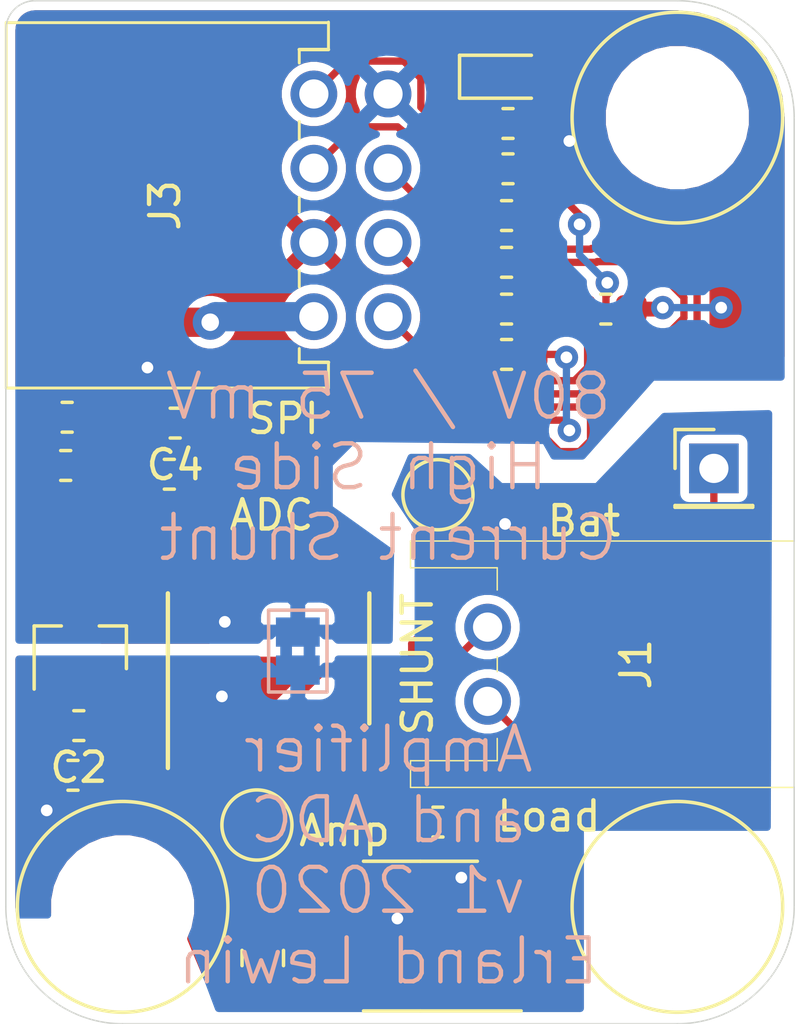
<source format=kicad_pcb>
(kicad_pcb (version 20171130) (host pcbnew "(5.1.4-0-10_14)")

  (general
    (thickness 1.6)
    (drawings 18)
    (tracks 186)
    (zones 0)
    (modules 28)
    (nets 22)
  )

  (page A4)
  (layers
    (0 F.Cu signal)
    (31 B.Cu signal hide)
    (32 B.Adhes user hide)
    (33 F.Adhes user)
    (34 B.Paste user hide)
    (35 F.Paste user)
    (36 B.SilkS user hide)
    (37 F.SilkS user)
    (38 B.Mask user)
    (39 F.Mask user)
    (40 Dwgs.User user)
    (41 Cmts.User user)
    (42 Eco1.User user)
    (43 Eco2.User user)
    (44 Edge.Cuts user)
    (45 Margin user)
    (46 B.CrtYd user hide)
    (47 F.CrtYd user)
    (48 B.Fab user hide)
    (49 F.Fab user hide)
  )

  (setup
    (last_trace_width 0.25)
    (user_trace_width 1)
    (trace_clearance 0.2)
    (zone_clearance 0.3)
    (zone_45_only no)
    (trace_min 0.2)
    (via_size 0.8)
    (via_drill 0.4)
    (via_min_size 0.4)
    (via_min_drill 0.3)
    (uvia_size 0.3)
    (uvia_drill 0.1)
    (uvias_allowed no)
    (uvia_min_size 0.2)
    (uvia_min_drill 0.1)
    (edge_width 0.05)
    (segment_width 0.2)
    (pcb_text_width 0.3)
    (pcb_text_size 1.5 1.5)
    (mod_edge_width 0.12)
    (mod_text_size 1 1)
    (mod_text_width 0.15)
    (pad_size 1.524 1.524)
    (pad_drill 0.762)
    (pad_to_mask_clearance 0.051)
    (solder_mask_min_width 0.25)
    (aux_axis_origin 0 0)
    (visible_elements FFFFFF7F)
    (pcbplotparams
      (layerselection 0x010fc_ffffffff)
      (usegerberextensions false)
      (usegerberattributes false)
      (usegerberadvancedattributes false)
      (creategerberjobfile false)
      (excludeedgelayer true)
      (linewidth 0.100000)
      (plotframeref false)
      (viasonmask false)
      (mode 1)
      (useauxorigin false)
      (hpglpennumber 1)
      (hpglpenspeed 20)
      (hpglpendiameter 15.000000)
      (psnegative false)
      (psa4output false)
      (plotreference true)
      (plotvalue true)
      (plotinvisibletext false)
      (padsonsilk false)
      (subtractmaskfromsilk false)
      (outputformat 1)
      (mirror false)
      (drillshape 1)
      (scaleselection 1)
      (outputdirectory ""))
  )

  (net 0 "")
  (net 1 GND)
  (net 2 +3V3)
  (net 3 "Net-(R4-Pad1)")
  (net 4 "Net-(R5-Pad1)")
  (net 5 "Net-(R6-Pad1)")
  (net 6 "Net-(TP1-Pad1)")
  (net 7 "Net-(R3-Pad1)")
  (net 8 "Net-(J2-Pad1)")
  (net 9 /nIRQ)
  (net 10 GNDA)
  (net 11 VDDA)
  (net 12 "Net-(D1-Pad1)")
  (net 13 "Net-(R8-Pad2)")
  (net 14 /SHUNT-)
  (net 15 /SHUNT+)
  (net 16 +5V)
  (net 17 /SCK)
  (net 18 /MOSI)
  (net 19 /MISO)
  (net 20 /nCS)
  (net 21 "Net-(R1-Pad1)")

  (net_class Default "This is the default net class."
    (clearance 0.2)
    (trace_width 0.25)
    (via_dia 0.8)
    (via_drill 0.4)
    (uvia_dia 0.3)
    (uvia_drill 0.1)
    (add_net +3V3)
    (add_net +5V)
    (add_net /MISO)
    (add_net /MOSI)
    (add_net /SCK)
    (add_net /SHUNT+)
    (add_net /SHUNT-)
    (add_net /nCS)
    (add_net /nIRQ)
    (add_net GND)
    (add_net GNDA)
    (add_net "Net-(D1-Pad1)")
    (add_net "Net-(J2-Pad1)")
    (add_net "Net-(R1-Pad1)")
    (add_net "Net-(R3-Pad1)")
    (add_net "Net-(R4-Pad1)")
    (add_net "Net-(R5-Pad1)")
    (add_net "Net-(R6-Pad1)")
    (add_net "Net-(R8-Pad2)")
    (add_net "Net-(TP1-Pad1)")
    (add_net VDDA)
  )

  (module Capacitor_SMD:C_0603_1608Metric_Pad1.05x0.95mm_HandSolder (layer F.Cu) (tedit 5B301BBE) (tstamp 5FCD5B1A)
    (at 138.8 87.45 180)
    (descr "Capacitor SMD 0603 (1608 Metric), square (rectangular) end terminal, IPC_7351 nominal with elongated pad for handsoldering. (Body size source: http://www.tortai-tech.com/upload/download/2011102023233369053.pdf), generated with kicad-footprint-generator")
    (tags "capacitor handsolder")
    (path /5F9D52E0)
    (attr smd)
    (fp_text reference C4 (at 0 -1.43) (layer F.SilkS)
      (effects (font (size 1 1) (thickness 0.15)))
    )
    (fp_text value "10 uF" (at 0 1.43) (layer F.Fab)
      (effects (font (size 1 1) (thickness 0.15)))
    )
    (fp_text user %R (at 0 0) (layer F.Fab)
      (effects (font (size 0.4 0.4) (thickness 0.06)))
    )
    (fp_line (start 1.65 0.73) (end -1.65 0.73) (layer F.CrtYd) (width 0.05))
    (fp_line (start 1.65 -0.73) (end 1.65 0.73) (layer F.CrtYd) (width 0.05))
    (fp_line (start -1.65 -0.73) (end 1.65 -0.73) (layer F.CrtYd) (width 0.05))
    (fp_line (start -1.65 0.73) (end -1.65 -0.73) (layer F.CrtYd) (width 0.05))
    (fp_line (start -0.171267 0.51) (end 0.171267 0.51) (layer F.SilkS) (width 0.12))
    (fp_line (start -0.171267 -0.51) (end 0.171267 -0.51) (layer F.SilkS) (width 0.12))
    (fp_line (start 0.8 0.4) (end -0.8 0.4) (layer F.Fab) (width 0.1))
    (fp_line (start 0.8 -0.4) (end 0.8 0.4) (layer F.Fab) (width 0.1))
    (fp_line (start -0.8 -0.4) (end 0.8 -0.4) (layer F.Fab) (width 0.1))
    (fp_line (start -0.8 0.4) (end -0.8 -0.4) (layer F.Fab) (width 0.1))
    (pad 2 smd roundrect (at 0.875 0 180) (size 1.05 0.95) (layers F.Cu F.Paste F.Mask) (roundrect_rratio 0.25)
      (net 1 GND))
    (pad 1 smd roundrect (at -0.875 0 180) (size 1.05 0.95) (layers F.Cu F.Paste F.Mask) (roundrect_rratio 0.25)
      (net 2 +3V3))
    (model ${KISYS3DMOD}/Capacitor_SMD.3dshapes/C_0603_1608Metric.wrl
      (at (xyz 0 0 0))
      (scale (xyz 1 1 1))
      (rotate (xyz 0 0 0))
    )
  )

  (module Capacitor_SMD:C_0603_1608Metric_Pad1.05x0.95mm_HandSolder (layer F.Cu) (tedit 5B301BBE) (tstamp 5FCD5AF8)
    (at 135.5 97.8 180)
    (descr "Capacitor SMD 0603 (1608 Metric), square (rectangular) end terminal, IPC_7351 nominal with elongated pad for handsoldering. (Body size source: http://www.tortai-tech.com/upload/download/2011102023233369053.pdf), generated with kicad-footprint-generator")
    (tags "capacitor handsolder")
    (path /5F9D3613)
    (attr smd)
    (fp_text reference C2 (at 0 -1.43) (layer F.SilkS)
      (effects (font (size 1 1) (thickness 0.15)))
    )
    (fp_text value "10 uF" (at 0 1.43) (layer F.Fab)
      (effects (font (size 1 1) (thickness 0.15)))
    )
    (fp_text user %R (at 0 0) (layer F.Fab)
      (effects (font (size 0.4 0.4) (thickness 0.06)))
    )
    (fp_line (start 1.65 0.73) (end -1.65 0.73) (layer F.CrtYd) (width 0.05))
    (fp_line (start 1.65 -0.73) (end 1.65 0.73) (layer F.CrtYd) (width 0.05))
    (fp_line (start -1.65 -0.73) (end 1.65 -0.73) (layer F.CrtYd) (width 0.05))
    (fp_line (start -1.65 0.73) (end -1.65 -0.73) (layer F.CrtYd) (width 0.05))
    (fp_line (start -0.171267 0.51) (end 0.171267 0.51) (layer F.SilkS) (width 0.12))
    (fp_line (start -0.171267 -0.51) (end 0.171267 -0.51) (layer F.SilkS) (width 0.12))
    (fp_line (start 0.8 0.4) (end -0.8 0.4) (layer F.Fab) (width 0.1))
    (fp_line (start 0.8 -0.4) (end 0.8 0.4) (layer F.Fab) (width 0.1))
    (fp_line (start -0.8 -0.4) (end 0.8 -0.4) (layer F.Fab) (width 0.1))
    (fp_line (start -0.8 0.4) (end -0.8 -0.4) (layer F.Fab) (width 0.1))
    (pad 2 smd roundrect (at 0.875 0 180) (size 1.05 0.95) (layers F.Cu F.Paste F.Mask) (roundrect_rratio 0.25)
      (net 10 GNDA))
    (pad 1 smd roundrect (at -0.875 0 180) (size 1.05 0.95) (layers F.Cu F.Paste F.Mask) (roundrect_rratio 0.25)
      (net 11 VDDA))
    (model ${KISYS3DMOD}/Capacitor_SMD.3dshapes/C_0603_1608Metric.wrl
      (at (xyz 0 0 0))
      (scale (xyz 1 1 1))
      (rotate (xyz 0 0 0))
    )
  )

  (module Package_TO_SOT_SMD:SOT-23 (layer F.Cu) (tedit 5A02FF57) (tstamp 5FD8B01E)
    (at 135.55 95.15 90)
    (descr "SOT-23, Standard")
    (tags SOT-23)
    (path /6160FFF1)
    (attr smd)
    (fp_text reference U3 (at 0 -2.5 90) (layer F.SilkS) hide
      (effects (font (size 1 1) (thickness 0.15)))
    )
    (fp_text value MCP1754S-3302xCB (at 0 2.5 90) (layer F.Fab)
      (effects (font (size 1 1) (thickness 0.15)))
    )
    (fp_line (start 0.76 1.58) (end -0.7 1.58) (layer F.SilkS) (width 0.12))
    (fp_line (start 0.76 -1.58) (end -1.4 -1.58) (layer F.SilkS) (width 0.12))
    (fp_line (start -1.7 1.75) (end -1.7 -1.75) (layer F.CrtYd) (width 0.05))
    (fp_line (start 1.7 1.75) (end -1.7 1.75) (layer F.CrtYd) (width 0.05))
    (fp_line (start 1.7 -1.75) (end 1.7 1.75) (layer F.CrtYd) (width 0.05))
    (fp_line (start -1.7 -1.75) (end 1.7 -1.75) (layer F.CrtYd) (width 0.05))
    (fp_line (start 0.76 -1.58) (end 0.76 -0.65) (layer F.SilkS) (width 0.12))
    (fp_line (start 0.76 1.58) (end 0.76 0.65) (layer F.SilkS) (width 0.12))
    (fp_line (start -0.7 1.52) (end 0.7 1.52) (layer F.Fab) (width 0.1))
    (fp_line (start 0.7 -1.52) (end 0.7 1.52) (layer F.Fab) (width 0.1))
    (fp_line (start -0.7 -0.95) (end -0.15 -1.52) (layer F.Fab) (width 0.1))
    (fp_line (start -0.15 -1.52) (end 0.7 -1.52) (layer F.Fab) (width 0.1))
    (fp_line (start -0.7 -0.95) (end -0.7 1.5) (layer F.Fab) (width 0.1))
    (fp_text user %R (at 0 0) (layer F.Fab)
      (effects (font (size 0.5 0.5) (thickness 0.075)))
    )
    (pad 3 smd rect (at 1 0 90) (size 0.9 0.8) (layers F.Cu F.Paste F.Mask)
      (net 16 +5V))
    (pad 2 smd rect (at -1 0.95 90) (size 0.9 0.8) (layers F.Cu F.Paste F.Mask)
      (net 11 VDDA))
    (pad 1 smd rect (at -1 -0.95 90) (size 0.9 0.8) (layers F.Cu F.Paste F.Mask)
      (net 10 GNDA))
    (model ${KISYS3DMOD}/Package_TO_SOT_SMD.3dshapes/SOT-23.wrl
      (at (xyz 0 0 0))
      (scale (xyz 1 1 1))
      (rotate (xyz 0 0 0))
    )
  )

  (module erland-footprints:CON-MOLEX-CGRIDIII-2x4-RA-0901303208 (layer F.Cu) (tedit 5FD87E6D) (tstamp 5FD8AE57)
    (at 143.55 80 270)
    (path /615A15B1)
    (fp_text reference J3 (at 0 5.1 90) (layer F.SilkS)
      (effects (font (size 1 1) (thickness 0.15)))
    )
    (fp_text value Conn_01x08 (at 0.9 -4.7 90) (layer F.Fab)
      (effects (font (size 1 1) (thickness 0.15)))
    )
    (fp_line (start 5.37 0.5) (end 4.9 0.5) (layer F.SilkS) (width 0.1))
    (fp_line (start 2.79 -0.5) (end 2.79 0.5) (layer F.Fab) (width 0.12))
    (fp_line (start -5.33 -0.5) (end -5.33 0.5) (layer F.Fab) (width 0.12))
    (fp_line (start 5.37 -0.5) (end 6.25 -0.5) (layer F.SilkS) (width 0.1))
    (fp_line (start -6.27 -0.5) (end -5.37 -0.5) (layer F.SilkS) (width 0.1))
    (fp_line (start -6.25 -0.5) (end -6.25 10.538) (layer F.SilkS) (width 0.1))
    (fp_line (start 5.37 -0.5) (end 5.37 0.5) (layer F.SilkS) (width 0.12))
    (fp_line (start -5.33 0.5) (end 2.79 0.5) (layer F.Fab) (width 0.1))
    (fp_line (start 6.25 -0.5) (end 6.25 10.538) (layer F.Fab) (width 0.1))
    (fp_line (start 6.25 10.538) (end -6.25 10.538) (layer F.Fab) (width 0.1))
    (fp_line (start 2.79 -0.5) (end 3.67 -0.5) (layer F.Fab) (width 0.1))
    (fp_line (start -6.23 -0.5) (end -5.33 -0.5) (layer F.Fab) (width 0.1))
    (fp_line (start -6.25 -0.5) (end -6.25 10.538) (layer F.Fab) (width 0.1))
    (fp_line (start 6.25 10.538) (end -6.25 10.538) (layer F.SilkS) (width 0.1))
    (fp_line (start 6.25 -0.5) (end 6.25 10.538) (layer F.SilkS) (width 0.1))
    (fp_line (start -5.33 -0.5) (end -5.33 0.5) (layer F.SilkS) (width 0.12))
    (fp_line (start -5.33 0.5) (end -4.87 0.5) (layer F.SilkS) (width 0.1))
    (fp_line (start -2.87 0.5) (end -2.27 0.5) (layer F.SilkS) (width 0.1))
    (fp_line (start -0.27 0.5) (end 0.23 0.5) (layer F.SilkS) (width 0.1))
    (fp_line (start 2.23 0.5) (end 2.79 0.5) (layer F.SilkS) (width 0.1))
    (pad 4 thru_hole circle (at 3.81 -2.54 270) (size 1.6 1.6) (drill 1) (layers *.Cu *.Mask)
      (net 17 /SCK))
    (pad 8 thru_hole circle (at 3.81 0 270) (size 1.6 1.6) (drill 1) (layers *.Cu *.Mask)
      (net 16 +5V))
    (pad 2 thru_hole circle (at -1.27 -2.54 270) (size 1.6 1.6) (drill 1) (layers *.Cu *.Mask)
      (net 18 /MOSI))
    (pad 3 thru_hole circle (at 1.27 -2.54 270) (size 1.6 1.6) (drill 1) (layers *.Cu *.Mask)
      (net 9 /nIRQ))
    (pad 5 thru_hole circle (at -3.81 0 270) (size 1.6 1.6) (drill 1) (layers *.Cu *.Mask)
      (net 19 /MISO))
    (pad 6 thru_hole circle (at -1.27 0 270) (size 1.6 1.6) (drill 1) (layers *.Cu *.Mask)
      (net 20 /nCS))
    (pad 7 thru_hole circle (at 1.27 0 270) (size 1.6 1.6) (drill 1) (layers *.Cu *.Mask)
      (net 2 +3V3))
    (pad 1 thru_hole circle (at -3.81 -2.54 270) (size 1.6 1.6) (drill 1) (layers *.Cu *.Mask)
      (net 1 GND))
  )

  (module "erland-footprints:CON-MOLEX-CGRIDIII-1x2 RA-0901362202" (layer F.Cu) (tedit 5FD87D44) (tstamp 5FCD5B7A)
    (at 149.5 95.7 90)
    (path /5FD75E73)
    (fp_text reference J1 (at 0 5.08 90) (layer F.SilkS)
      (effects (font (size 1 1) (thickness 0.15)))
    )
    (fp_text value Conn_01x02 (at 2.54 11.43 90) (layer F.Fab)
      (effects (font (size 1 1) (thickness 0.15)))
    )
    (fp_line (start -3.3 0.33) (end -2.54 0.33) (layer F.SilkS) (width 0.05))
    (fp_line (start -0.254 0.33) (end 0.2032 0.33) (layer F.SilkS) (width 0.05))
    (fp_line (start -0.2032 0.33) (end 0.254 0.33) (layer F.SilkS) (width 0.05))
    (fp_line (start 2.54 0.33) (end 3.3 0.33) (layer F.SilkS) (width 0.05))
    (fp_line (start -3.3 -2.64) (end -4.215 -2.64) (layer F.SilkS) (width 0.05))
    (fp_line (start -3.3 0.33) (end 8.38 0.33) (layer F.Fab) (width 0.05))
    (fp_line (start -3.3 0.33) (end -3.3 -2.64) (layer F.SilkS) (width 0.05))
    (fp_line (start 3.3 0.33) (end 3.3 -2.64) (layer F.SilkS) (width 0.05))
    (fp_line (start -4.215 10.5) (end 4.215 10.5) (layer F.SilkS) (width 0.05))
    (fp_line (start -4.215 10.5) (end -4.215 -2.64) (layer F.SilkS) (width 0.05))
    (fp_line (start 4.215 10.5) (end 4.215 -2.64) (layer F.SilkS) (width 0.05))
    (fp_line (start 4.215 -2.64) (end 3.3 -2.64) (layer F.SilkS) (width 0.05))
    (pad 1 thru_hole circle (at -1.27 0 90) (size 1.6 1.6) (drill 1) (layers *.Cu *.Mask)
      (net 15 /SHUNT+))
    (pad 2 thru_hole circle (at 1.27 0 90) (size 1.6 1.6) (drill 1) (layers *.Cu *.Mask)
      (net 14 /SHUNT-))
  )

  (module Capacitor_SMD:C_0603_1608Metric_Pad1.05x0.95mm_HandSolder (layer F.Cu) (tedit 5B301BBE) (tstamp 5FD8ADB0)
    (at 135.05 88.9)
    (descr "Capacitor SMD 0603 (1608 Metric), square (rectangular) end terminal, IPC_7351 nominal with elongated pad for handsoldering. (Body size source: http://www.tortai-tech.com/upload/download/2011102023233369053.pdf), generated with kicad-footprint-generator")
    (tags "capacitor handsolder")
    (path /6161865B)
    (attr smd)
    (fp_text reference C7 (at 0 -1.43) (layer F.SilkS) hide
      (effects (font (size 1 1) (thickness 0.15)))
    )
    (fp_text value "10 uF" (at 0 1.43) (layer F.Fab)
      (effects (font (size 1 1) (thickness 0.15)))
    )
    (fp_text user %R (at 0 0) (layer F.Fab)
      (effects (font (size 0.4 0.4) (thickness 0.06)))
    )
    (fp_line (start 1.65 0.73) (end -1.65 0.73) (layer F.CrtYd) (width 0.05))
    (fp_line (start 1.65 -0.73) (end 1.65 0.73) (layer F.CrtYd) (width 0.05))
    (fp_line (start -1.65 -0.73) (end 1.65 -0.73) (layer F.CrtYd) (width 0.05))
    (fp_line (start -1.65 0.73) (end -1.65 -0.73) (layer F.CrtYd) (width 0.05))
    (fp_line (start -0.171267 0.51) (end 0.171267 0.51) (layer F.SilkS) (width 0.12))
    (fp_line (start -0.171267 -0.51) (end 0.171267 -0.51) (layer F.SilkS) (width 0.12))
    (fp_line (start 0.8 0.4) (end -0.8 0.4) (layer F.Fab) (width 0.1))
    (fp_line (start 0.8 -0.4) (end 0.8 0.4) (layer F.Fab) (width 0.1))
    (fp_line (start -0.8 -0.4) (end 0.8 -0.4) (layer F.Fab) (width 0.1))
    (fp_line (start -0.8 0.4) (end -0.8 -0.4) (layer F.Fab) (width 0.1))
    (pad 2 smd roundrect (at 0.875 0) (size 1.05 0.95) (layers F.Cu F.Paste F.Mask) (roundrect_rratio 0.25)
      (net 1 GND))
    (pad 1 smd roundrect (at -0.875 0) (size 1.05 0.95) (layers F.Cu F.Paste F.Mask) (roundrect_rratio 0.25)
      (net 16 +5V))
    (model ${KISYS3DMOD}/Capacitor_SMD.3dshapes/C_0603_1608Metric.wrl
      (at (xyz 0 0 0))
      (scale (xyz 1 1 1))
      (rotate (xyz 0 0 0))
    )
  )

  (module Capacitor_SMD:C_0603_1608Metric_Pad1.05x0.95mm_HandSolder (layer F.Cu) (tedit 5B301BBE) (tstamp 5FD8AD9F)
    (at 135.1 87.25)
    (descr "Capacitor SMD 0603 (1608 Metric), square (rectangular) end terminal, IPC_7351 nominal with elongated pad for handsoldering. (Body size source: http://www.tortai-tech.com/upload/download/2011102023233369053.pdf), generated with kicad-footprint-generator")
    (tags "capacitor handsolder")
    (path /6165FC3B)
    (attr smd)
    (fp_text reference C6 (at 0 -1.43) (layer F.SilkS) hide
      (effects (font (size 1 1) (thickness 0.15)))
    )
    (fp_text value "0.1 uF" (at 0 1.43) (layer F.Fab)
      (effects (font (size 1 1) (thickness 0.15)))
    )
    (fp_text user %R (at 0 0) (layer F.Fab)
      (effects (font (size 0.4 0.4) (thickness 0.06)))
    )
    (fp_line (start 1.65 0.73) (end -1.65 0.73) (layer F.CrtYd) (width 0.05))
    (fp_line (start 1.65 -0.73) (end 1.65 0.73) (layer F.CrtYd) (width 0.05))
    (fp_line (start -1.65 -0.73) (end 1.65 -0.73) (layer F.CrtYd) (width 0.05))
    (fp_line (start -1.65 0.73) (end -1.65 -0.73) (layer F.CrtYd) (width 0.05))
    (fp_line (start -0.171267 0.51) (end 0.171267 0.51) (layer F.SilkS) (width 0.12))
    (fp_line (start -0.171267 -0.51) (end 0.171267 -0.51) (layer F.SilkS) (width 0.12))
    (fp_line (start 0.8 0.4) (end -0.8 0.4) (layer F.Fab) (width 0.1))
    (fp_line (start 0.8 -0.4) (end 0.8 0.4) (layer F.Fab) (width 0.1))
    (fp_line (start -0.8 -0.4) (end 0.8 -0.4) (layer F.Fab) (width 0.1))
    (fp_line (start -0.8 0.4) (end -0.8 -0.4) (layer F.Fab) (width 0.1))
    (pad 2 smd roundrect (at 0.875 0) (size 1.05 0.95) (layers F.Cu F.Paste F.Mask) (roundrect_rratio 0.25)
      (net 1 GND))
    (pad 1 smd roundrect (at -0.875 0) (size 1.05 0.95) (layers F.Cu F.Paste F.Mask) (roundrect_rratio 0.25)
      (net 16 +5V))
    (model ${KISYS3DMOD}/Capacitor_SMD.3dshapes/C_0603_1608Metric.wrl
      (at (xyz 0 0 0))
      (scale (xyz 1 1 1))
      (rotate (xyz 0 0 0))
    )
  )

  (module TestPoint:TestPoint_Pad_D2.0mm (layer F.Cu) (tedit 5A0F774F) (tstamp 5FD08134)
    (at 147.8 89.9)
    (descr "SMD pad as test Point, diameter 2.0mm")
    (tags "test point SMD pad")
    (path /5FE631BB)
    (attr virtual)
    (fp_text reference TP2 (at 0 -1.998) (layer F.SilkS) hide
      (effects (font (size 1 1) (thickness 0.15)))
    )
    (fp_text value TestPoint (at 0 2.05) (layer F.Fab)
      (effects (font (size 1 1) (thickness 0.15)))
    )
    (fp_circle (center 0 0) (end 0 1.2) (layer F.SilkS) (width 0.12))
    (fp_circle (center 0 0) (end 1.5 0) (layer F.CrtYd) (width 0.05))
    (fp_text user %R (at 0 -2) (layer F.Fab)
      (effects (font (size 1 1) (thickness 0.15)))
    )
    (pad 1 smd circle (at 0 0) (size 2 2) (layers F.Cu F.Mask)
      (net 10 GNDA))
  )

  (module Resistor_SMD:R_0603_1608Metric_Pad1.05x0.95mm_HandSolder (layer F.Cu) (tedit 5B301BBD) (tstamp 5FD0568D)
    (at 147.8 101.1)
    (descr "Resistor SMD 0603 (1608 Metric), square (rectangular) end terminal, IPC_7351 nominal with elongated pad for handsoldering. (Body size source: http://www.tortai-tech.com/upload/download/2011102023233369053.pdf), generated with kicad-footprint-generator")
    (tags "resistor handsolder")
    (path /5FE1B9B7)
    (attr smd)
    (fp_text reference R8 (at 0 -1.43) (layer F.SilkS) hide
      (effects (font (size 1 1) (thickness 0.15)))
    )
    (fp_text value 1k (at 0 1.43) (layer F.Fab)
      (effects (font (size 1 1) (thickness 0.15)))
    )
    (fp_text user %R (at 0 0) (layer F.Fab)
      (effects (font (size 0.4 0.4) (thickness 0.06)))
    )
    (fp_line (start 1.65 0.73) (end -1.65 0.73) (layer F.CrtYd) (width 0.05))
    (fp_line (start 1.65 -0.73) (end 1.65 0.73) (layer F.CrtYd) (width 0.05))
    (fp_line (start -1.65 -0.73) (end 1.65 -0.73) (layer F.CrtYd) (width 0.05))
    (fp_line (start -1.65 0.73) (end -1.65 -0.73) (layer F.CrtYd) (width 0.05))
    (fp_line (start -0.171267 0.51) (end 0.171267 0.51) (layer F.SilkS) (width 0.12))
    (fp_line (start -0.171267 -0.51) (end 0.171267 -0.51) (layer F.SilkS) (width 0.12))
    (fp_line (start 0.8 0.4) (end -0.8 0.4) (layer F.Fab) (width 0.1))
    (fp_line (start 0.8 -0.4) (end 0.8 0.4) (layer F.Fab) (width 0.1))
    (fp_line (start -0.8 -0.4) (end 0.8 -0.4) (layer F.Fab) (width 0.1))
    (fp_line (start -0.8 0.4) (end -0.8 -0.4) (layer F.Fab) (width 0.1))
    (pad 2 smd roundrect (at 0.875 0) (size 1.05 0.95) (layers F.Cu F.Paste F.Mask) (roundrect_rratio 0.25)
      (net 13 "Net-(R8-Pad2)"))
    (pad 1 smd roundrect (at -0.875 0) (size 1.05 0.95) (layers F.Cu F.Paste F.Mask) (roundrect_rratio 0.25)
      (net 14 /SHUNT-))
    (model ${KISYS3DMOD}/Resistor_SMD.3dshapes/R_0603_1608Metric.wrl
      (at (xyz 0 0 0))
      (scale (xyz 1 1 1))
      (rotate (xyz 0 0 0))
    )
  )

  (module Resistor_SMD:R_0603_1608Metric_Pad1.05x0.95mm_HandSolder (layer F.Cu) (tedit 5B301BBD) (tstamp 5FD039CA)
    (at 150.2 77.2)
    (descr "Resistor SMD 0603 (1608 Metric), square (rectangular) end terminal, IPC_7351 nominal with elongated pad for handsoldering. (Body size source: http://www.tortai-tech.com/upload/download/2011102023233369053.pdf), generated with kicad-footprint-generator")
    (tags "resistor handsolder")
    (path /5FDEF366)
    (attr smd)
    (fp_text reference R7 (at 0 -1.43) (layer F.SilkS) hide
      (effects (font (size 1 1) (thickness 0.15)))
    )
    (fp_text value 1,5k (at 0 1.43) (layer F.Fab)
      (effects (font (size 1 1) (thickness 0.15)))
    )
    (fp_text user %R (at 0 0) (layer F.Fab)
      (effects (font (size 0.4 0.4) (thickness 0.06)))
    )
    (fp_line (start 1.65 0.73) (end -1.65 0.73) (layer F.CrtYd) (width 0.05))
    (fp_line (start 1.65 -0.73) (end 1.65 0.73) (layer F.CrtYd) (width 0.05))
    (fp_line (start -1.65 -0.73) (end 1.65 -0.73) (layer F.CrtYd) (width 0.05))
    (fp_line (start -1.65 0.73) (end -1.65 -0.73) (layer F.CrtYd) (width 0.05))
    (fp_line (start -0.171267 0.51) (end 0.171267 0.51) (layer F.SilkS) (width 0.12))
    (fp_line (start -0.171267 -0.51) (end 0.171267 -0.51) (layer F.SilkS) (width 0.12))
    (fp_line (start 0.8 0.4) (end -0.8 0.4) (layer F.Fab) (width 0.1))
    (fp_line (start 0.8 -0.4) (end 0.8 0.4) (layer F.Fab) (width 0.1))
    (fp_line (start -0.8 -0.4) (end 0.8 -0.4) (layer F.Fab) (width 0.1))
    (fp_line (start -0.8 0.4) (end -0.8 -0.4) (layer F.Fab) (width 0.1))
    (pad 2 smd roundrect (at 0.875 0) (size 1.05 0.95) (layers F.Cu F.Paste F.Mask) (roundrect_rratio 0.25)
      (net 1 GND))
    (pad 1 smd roundrect (at -0.875 0) (size 1.05 0.95) (layers F.Cu F.Paste F.Mask) (roundrect_rratio 0.25)
      (net 12 "Net-(D1-Pad1)"))
    (model ${KISYS3DMOD}/Resistor_SMD.3dshapes/R_0603_1608Metric.wrl
      (at (xyz 0 0 0))
      (scale (xyz 1 1 1))
      (rotate (xyz 0 0 0))
    )
  )

  (module LED_SMD:LED_0603_1608Metric_Pad1.05x0.95mm_HandSolder (layer F.Cu) (tedit 5B4B45C9) (tstamp 5FD03996)
    (at 150.2 75.6)
    (descr "LED SMD 0603 (1608 Metric), square (rectangular) end terminal, IPC_7351 nominal, (Body size source: http://www.tortai-tech.com/upload/download/2011102023233369053.pdf), generated with kicad-footprint-generator")
    (tags "LED handsolder")
    (path /5FDEAC64)
    (attr smd)
    (fp_text reference D1 (at 0 -1.43) (layer F.SilkS) hide
      (effects (font (size 1 1) (thickness 0.15)))
    )
    (fp_text value LED (at 0 1.43) (layer F.Fab)
      (effects (font (size 1 1) (thickness 0.15)))
    )
    (fp_text user %R (at 0 0) (layer F.Fab)
      (effects (font (size 0.4 0.4) (thickness 0.06)))
    )
    (fp_line (start 1.65 0.73) (end -1.65 0.73) (layer F.CrtYd) (width 0.05))
    (fp_line (start 1.65 -0.73) (end 1.65 0.73) (layer F.CrtYd) (width 0.05))
    (fp_line (start -1.65 -0.73) (end 1.65 -0.73) (layer F.CrtYd) (width 0.05))
    (fp_line (start -1.65 0.73) (end -1.65 -0.73) (layer F.CrtYd) (width 0.05))
    (fp_line (start -1.66 0.735) (end 0.8 0.735) (layer F.SilkS) (width 0.12))
    (fp_line (start -1.66 -0.735) (end -1.66 0.735) (layer F.SilkS) (width 0.12))
    (fp_line (start 0.8 -0.735) (end -1.66 -0.735) (layer F.SilkS) (width 0.12))
    (fp_line (start 0.8 0.4) (end 0.8 -0.4) (layer F.Fab) (width 0.1))
    (fp_line (start -0.8 0.4) (end 0.8 0.4) (layer F.Fab) (width 0.1))
    (fp_line (start -0.8 -0.1) (end -0.8 0.4) (layer F.Fab) (width 0.1))
    (fp_line (start -0.5 -0.4) (end -0.8 -0.1) (layer F.Fab) (width 0.1))
    (fp_line (start 0.8 -0.4) (end -0.5 -0.4) (layer F.Fab) (width 0.1))
    (pad 2 smd roundrect (at 0.875 0) (size 1.05 0.95) (layers F.Cu F.Paste F.Mask) (roundrect_rratio 0.25)
      (net 2 +3V3))
    (pad 1 smd roundrect (at -0.875 0) (size 1.05 0.95) (layers F.Cu F.Paste F.Mask) (roundrect_rratio 0.25)
      (net 12 "Net-(D1-Pad1)"))
    (model ${KISYS3DMOD}/LED_SMD.3dshapes/LED_0603_1608Metric.wrl
      (at (xyz 0 0 0))
      (scale (xyz 1 1 1))
      (rotate (xyz 0 0 0))
    )
  )

  (module Jumper:SolderJumper-2_P1.3mm_Bridged2Bar_Pad1.0x1.5mm (layer B.Cu) (tedit 5C756A82) (tstamp 5FD0155D)
    (at 143 95.25 90)
    (descr "SMD Solder Jumper, 1x1.5mm Pads, 0.3mm gap, bridged with 2 copper strips")
    (tags "solder jumper open")
    (path /5FD95A4A)
    (attr virtual)
    (fp_text reference JP1 (at 0 1.8 -90) (layer B.SilkS) hide
      (effects (font (size 1 1) (thickness 0.15)) (justify mirror))
    )
    (fp_text value Jumper_2_Bridged (at 0 -1.9 -90) (layer B.Fab) hide
      (effects (font (size 1 1) (thickness 0.15)) (justify mirror))
    )
    (fp_poly (pts (xy -0.25 0.6) (xy 0.25 0.6) (xy 0.25 0.2) (xy -0.25 0.2)) (layer B.Cu) (width 0))
    (fp_poly (pts (xy -0.25 -0.2) (xy 0.25 -0.2) (xy 0.25 -0.6) (xy -0.25 -0.6)) (layer B.Cu) (width 0))
    (fp_line (start 1.65 -1.25) (end -1.65 -1.25) (layer B.CrtYd) (width 0.05))
    (fp_line (start 1.65 -1.25) (end 1.65 1.25) (layer B.CrtYd) (width 0.05))
    (fp_line (start -1.65 1.25) (end -1.65 -1.25) (layer B.CrtYd) (width 0.05))
    (fp_line (start -1.65 1.25) (end 1.65 1.25) (layer B.CrtYd) (width 0.05))
    (fp_line (start -1.4 1) (end 1.4 1) (layer B.SilkS) (width 0.12))
    (fp_line (start 1.4 1) (end 1.4 -1) (layer B.SilkS) (width 0.12))
    (fp_line (start 1.4 -1) (end -1.4 -1) (layer B.SilkS) (width 0.12))
    (fp_line (start -1.4 -1) (end -1.4 1) (layer B.SilkS) (width 0.12))
    (pad 2 smd rect (at 0.65 0 90) (size 1 1.5) (layers B.Cu B.Mask)
      (net 1 GND))
    (pad 1 smd rect (at -0.65 0 90) (size 1 1.5) (layers B.Cu B.Mask)
      (net 10 GNDA))
  )

  (module Connector_PinHeader_2.54mm:PinHeader_1x01_P2.54mm_Vertical (layer F.Cu) (tedit 59FED5CC) (tstamp 5FCFDA0D)
    (at 157.25 89)
    (descr "Through hole straight pin header, 1x01, 2.54mm pitch, single row")
    (tags "Through hole pin header THT 1x01 2.54mm single row")
    (path /5FD35560)
    (fp_text reference J2 (at 0 -5.1) (layer F.SilkS) hide
      (effects (font (size 1 1) (thickness 0.15)))
    )
    (fp_text value Conn_01x01 (at 0 2.33) (layer F.Fab)
      (effects (font (size 1 1) (thickness 0.15)))
    )
    (fp_text user %R (at 0 0 90) (layer F.Fab)
      (effects (font (size 1 1) (thickness 0.15)))
    )
    (fp_line (start 1.8 -1.8) (end -1.8 -1.8) (layer F.CrtYd) (width 0.05))
    (fp_line (start 1.8 1.8) (end 1.8 -1.8) (layer F.CrtYd) (width 0.05))
    (fp_line (start -1.8 1.8) (end 1.8 1.8) (layer F.CrtYd) (width 0.05))
    (fp_line (start -1.8 -1.8) (end -1.8 1.8) (layer F.CrtYd) (width 0.05))
    (fp_line (start -1.33 -1.33) (end 0 -1.33) (layer F.SilkS) (width 0.12))
    (fp_line (start -1.33 0) (end -1.33 -1.33) (layer F.SilkS) (width 0.12))
    (fp_line (start -1.33 1.27) (end 1.33 1.27) (layer F.SilkS) (width 0.12))
    (fp_line (start 1.33 1.27) (end 1.33 1.33) (layer F.SilkS) (width 0.12))
    (fp_line (start -1.33 1.27) (end -1.33 1.33) (layer F.SilkS) (width 0.12))
    (fp_line (start -1.33 1.33) (end 1.33 1.33) (layer F.SilkS) (width 0.12))
    (fp_line (start -1.27 -0.635) (end -0.635 -1.27) (layer F.Fab) (width 0.1))
    (fp_line (start -1.27 1.27) (end -1.27 -0.635) (layer F.Fab) (width 0.1))
    (fp_line (start 1.27 1.27) (end -1.27 1.27) (layer F.Fab) (width 0.1))
    (fp_line (start 1.27 -1.27) (end 1.27 1.27) (layer F.Fab) (width 0.1))
    (fp_line (start -0.635 -1.27) (end 1.27 -1.27) (layer F.Fab) (width 0.1))
    (pad 1 thru_hole rect (at 0 0) (size 1.7 1.7) (drill 1) (layers *.Cu *.Mask)
      (net 8 "Net-(J2-Pad1)"))
    (model ${KISYS3DMOD}/Connector_PinHeader_2.54mm.3dshapes/PinHeader_1x01_P2.54mm_Vertical.wrl
      (at (xyz 0 0 0))
      (scale (xyz 1 1 1))
      (rotate (xyz 0 0 0))
    )
  )

  (module Resistor_SMD:R_0603_1608Metric_Pad1.05x0.95mm_HandSolder (layer F.Cu) (tedit 5B301BBD) (tstamp 5FCFD249)
    (at 150.2 78.75 180)
    (descr "Resistor SMD 0603 (1608 Metric), square (rectangular) end terminal, IPC_7351 nominal with elongated pad for handsoldering. (Body size source: http://www.tortai-tech.com/upload/download/2011102023233369053.pdf), generated with kicad-footprint-generator")
    (tags "resistor handsolder")
    (path /5FD4884A)
    (attr smd)
    (fp_text reference R3 (at 0 -1.43) (layer F.SilkS) hide
      (effects (font (size 1 1) (thickness 0.15)))
    )
    (fp_text value 10 (at 0 1.43) (layer F.Fab)
      (effects (font (size 1 1) (thickness 0.15)))
    )
    (fp_text user %R (at 0 0) (layer F.Fab)
      (effects (font (size 0.4 0.4) (thickness 0.06)))
    )
    (fp_line (start 1.65 0.73) (end -1.65 0.73) (layer F.CrtYd) (width 0.05))
    (fp_line (start 1.65 -0.73) (end 1.65 0.73) (layer F.CrtYd) (width 0.05))
    (fp_line (start -1.65 -0.73) (end 1.65 -0.73) (layer F.CrtYd) (width 0.05))
    (fp_line (start -1.65 0.73) (end -1.65 -0.73) (layer F.CrtYd) (width 0.05))
    (fp_line (start -0.171267 0.51) (end 0.171267 0.51) (layer F.SilkS) (width 0.12))
    (fp_line (start -0.171267 -0.51) (end 0.171267 -0.51) (layer F.SilkS) (width 0.12))
    (fp_line (start 0.8 0.4) (end -0.8 0.4) (layer F.Fab) (width 0.1))
    (fp_line (start 0.8 -0.4) (end 0.8 0.4) (layer F.Fab) (width 0.1))
    (fp_line (start -0.8 -0.4) (end 0.8 -0.4) (layer F.Fab) (width 0.1))
    (fp_line (start -0.8 0.4) (end -0.8 -0.4) (layer F.Fab) (width 0.1))
    (pad 2 smd roundrect (at 0.875 0 180) (size 1.05 0.95) (layers F.Cu F.Paste F.Mask) (roundrect_rratio 0.25)
      (net 19 /MISO))
    (pad 1 smd roundrect (at -0.875 0 180) (size 1.05 0.95) (layers F.Cu F.Paste F.Mask) (roundrect_rratio 0.25)
      (net 7 "Net-(R3-Pad1)"))
    (model ${KISYS3DMOD}/Resistor_SMD.3dshapes/R_0603_1608Metric.wrl
      (at (xyz 0 0 0))
      (scale (xyz 1 1 1))
      (rotate (xyz 0 0 0))
    )
  )

  (module Package_SO:TSSOP-20_4.4x6.5mm_P0.65mm (layer F.Cu) (tedit 5A02F25C) (tstamp 5FCD5C49)
    (at 142 95.5 90)
    (descr "20-Lead Plastic Thin Shrink Small Outline (ST)-4.4 mm Body [TSSOP] (see Microchip Packaging Specification 00000049BS.pdf)")
    (tags "SSOP 0.65")
    (path /5F9CCD9B)
    (attr smd)
    (fp_text reference U2 (at 0 -4.3 90) (layer F.SilkS) hide
      (effects (font (size 1 1) (thickness 0.15)))
    )
    (fp_text value ADC-MCP3561 (at 0 4.3 90) (layer F.Fab)
      (effects (font (size 1 1) (thickness 0.15)))
    )
    (fp_text user %R (at -1.05 0.7 90) (layer F.Fab)
      (effects (font (size 0.8 0.8) (thickness 0.15)))
    )
    (fp_line (start -3.75 -3.45) (end 2.225 -3.45) (layer F.SilkS) (width 0.15))
    (fp_line (start -2.225 3.45) (end 2.225 3.45) (layer F.SilkS) (width 0.15))
    (fp_line (start -3.95 3.55) (end 3.95 3.55) (layer F.CrtYd) (width 0.05))
    (fp_line (start -3.95 -3.55) (end 3.95 -3.55) (layer F.CrtYd) (width 0.05))
    (fp_line (start 3.95 -3.55) (end 3.95 3.55) (layer F.CrtYd) (width 0.05))
    (fp_line (start -3.95 -3.55) (end -3.95 3.55) (layer F.CrtYd) (width 0.05))
    (fp_line (start -2.2 -2.25) (end -1.2 -3.25) (layer F.Fab) (width 0.15))
    (fp_line (start -2.2 3.25) (end -2.2 -2.25) (layer F.Fab) (width 0.15))
    (fp_line (start 2.2 3.25) (end -2.2 3.25) (layer F.Fab) (width 0.15))
    (fp_line (start 2.2 -3.25) (end 2.2 3.25) (layer F.Fab) (width 0.15))
    (fp_line (start -1.2 -3.25) (end 2.2 -3.25) (layer F.Fab) (width 0.15))
    (pad 20 smd rect (at 2.95 -2.925 90) (size 1.45 0.45) (layers F.Cu F.Paste F.Mask)
      (net 2 +3V3))
    (pad 19 smd rect (at 2.95 -2.275 90) (size 1.45 0.45) (layers F.Cu F.Paste F.Mask)
      (net 1 GND))
    (pad 18 smd rect (at 2.95 -1.625 90) (size 1.45 0.45) (layers F.Cu F.Paste F.Mask))
    (pad 17 smd rect (at 2.95 -0.975 90) (size 1.45 0.45) (layers F.Cu F.Paste F.Mask)
      (net 21 "Net-(R1-Pad1)"))
    (pad 16 smd rect (at 2.95 -0.325 90) (size 1.45 0.45) (layers F.Cu F.Paste F.Mask)
      (net 7 "Net-(R3-Pad1)"))
    (pad 15 smd rect (at 2.95 0.325 90) (size 1.45 0.45) (layers F.Cu F.Paste F.Mask)
      (net 3 "Net-(R4-Pad1)"))
    (pad 14 smd rect (at 2.95 0.975 90) (size 1.45 0.45) (layers F.Cu F.Paste F.Mask)
      (net 4 "Net-(R5-Pad1)"))
    (pad 13 smd rect (at 2.95 1.625 90) (size 1.45 0.45) (layers F.Cu F.Paste F.Mask)
      (net 5 "Net-(R6-Pad1)"))
    (pad 12 smd rect (at 2.95 2.275 90) (size 1.45 0.45) (layers F.Cu F.Paste F.Mask))
    (pad 11 smd rect (at 2.95 2.925 90) (size 1.45 0.45) (layers F.Cu F.Paste F.Mask))
    (pad 10 smd rect (at -2.95 2.925 90) (size 1.45 0.45) (layers F.Cu F.Paste F.Mask))
    (pad 9 smd rect (at -2.95 2.275 90) (size 1.45 0.45) (layers F.Cu F.Paste F.Mask))
    (pad 8 smd rect (at -2.95 1.625 90) (size 1.45 0.45) (layers F.Cu F.Paste F.Mask))
    (pad 7 smd rect (at -2.95 0.975 90) (size 1.45 0.45) (layers F.Cu F.Paste F.Mask))
    (pad 6 smd rect (at -2.95 0.325 90) (size 1.45 0.45) (layers F.Cu F.Paste F.Mask)
      (net 8 "Net-(J2-Pad1)"))
    (pad 5 smd rect (at -2.95 -0.325 90) (size 1.45 0.45) (layers F.Cu F.Paste F.Mask)
      (net 6 "Net-(TP1-Pad1)"))
    (pad 4 smd rect (at -2.95 -0.975 90) (size 1.45 0.45) (layers F.Cu F.Paste F.Mask)
      (net 11 VDDA))
    (pad 3 smd rect (at -2.95 -1.625 90) (size 1.45 0.45) (layers F.Cu F.Paste F.Mask)
      (net 10 GNDA))
    (pad 2 smd rect (at -2.95 -2.275 90) (size 1.45 0.45) (layers F.Cu F.Paste F.Mask)
      (net 10 GNDA))
    (pad 1 smd rect (at -2.95 -2.925 90) (size 1.45 0.45) (layers F.Cu F.Paste F.Mask)
      (net 11 VDDA))
    (model ${KISYS3DMOD}/Package_SO.3dshapes/TSSOP-20_4.4x6.5mm_P0.65mm.wrl
      (at (xyz 0 0 0))
      (scale (xyz 1 1 1))
      (rotate (xyz 0 0 0))
    )
  )

  (module Package_SO:SOIC-8_3.9x4.9mm_P1.27mm (layer F.Cu) (tedit 5C97300E) (tstamp 5FCD5C25)
    (at 147.2 105 180)
    (descr "SOIC, 8 Pin (JEDEC MS-012AA, https://www.analog.com/media/en/package-pcb-resources/package/pkg_pdf/soic_narrow-r/r_8.pdf), generated with kicad-footprint-generator ipc_gullwing_generator.py")
    (tags "SOIC SO")
    (path /5FCDD6CD)
    (attr smd)
    (fp_text reference U1 (at -0.2 3.6 180) (layer F.SilkS) hide
      (effects (font (size 1 1) (thickness 0.15)))
    )
    (fp_text value MAX4081T (at 0 3.4) (layer F.Fab)
      (effects (font (size 1 1) (thickness 0.15)))
    )
    (fp_text user %R (at 0 0) (layer F.Fab)
      (effects (font (size 0.98 0.98) (thickness 0.15)))
    )
    (fp_line (start 3.7 -2.7) (end -3.7 -2.7) (layer F.CrtYd) (width 0.05))
    (fp_line (start 3.7 2.7) (end 3.7 -2.7) (layer F.CrtYd) (width 0.05))
    (fp_line (start -3.7 2.7) (end 3.7 2.7) (layer F.CrtYd) (width 0.05))
    (fp_line (start -3.7 -2.7) (end -3.7 2.7) (layer F.CrtYd) (width 0.05))
    (fp_line (start -1.95 -1.475) (end -0.975 -2.45) (layer F.Fab) (width 0.1))
    (fp_line (start -1.95 2.45) (end -1.95 -1.475) (layer F.Fab) (width 0.1))
    (fp_line (start 1.95 2.45) (end -1.95 2.45) (layer F.Fab) (width 0.1))
    (fp_line (start 1.95 -2.45) (end 1.95 2.45) (layer F.Fab) (width 0.1))
    (fp_line (start -0.975 -2.45) (end 1.95 -2.45) (layer F.Fab) (width 0.1))
    (fp_line (start 0 -2.56) (end -3.45 -2.56) (layer F.SilkS) (width 0.12))
    (fp_line (start 0 -2.56) (end 1.95 -2.56) (layer F.SilkS) (width 0.12))
    (fp_line (start 0 2.56) (end -1.95 2.56) (layer F.SilkS) (width 0.12))
    (fp_line (start 0 2.56) (end 1.95 2.56) (layer F.SilkS) (width 0.12))
    (pad 8 smd roundrect (at 2.475 -1.905 180) (size 1.95 0.6) (layers F.Cu F.Paste F.Mask) (roundrect_rratio 0.25)
      (net 14 /SHUNT-))
    (pad 7 smd roundrect (at 2.475 -0.635 180) (size 1.95 0.6) (layers F.Cu F.Paste F.Mask) (roundrect_rratio 0.25)
      (net 11 VDDA))
    (pad 6 smd roundrect (at 2.475 0.635 180) (size 1.95 0.6) (layers F.Cu F.Paste F.Mask) (roundrect_rratio 0.25)
      (net 10 GNDA))
    (pad 5 smd roundrect (at 2.475 1.905 180) (size 1.95 0.6) (layers F.Cu F.Paste F.Mask) (roundrect_rratio 0.25)
      (net 6 "Net-(TP1-Pad1)"))
    (pad 4 smd roundrect (at -2.475 1.905 180) (size 1.95 0.6) (layers F.Cu F.Paste F.Mask) (roundrect_rratio 0.25)
      (net 10 GNDA))
    (pad 3 smd roundrect (at -2.475 0.635 180) (size 1.95 0.6) (layers F.Cu F.Paste F.Mask) (roundrect_rratio 0.25))
    (pad 2 smd roundrect (at -2.475 -0.635 180) (size 1.95 0.6) (layers F.Cu F.Paste F.Mask) (roundrect_rratio 0.25)
      (net 13 "Net-(R8-Pad2)"))
    (pad 1 smd roundrect (at -2.475 -1.905 180) (size 1.95 0.6) (layers F.Cu F.Paste F.Mask) (roundrect_rratio 0.25)
      (net 15 /SHUNT+))
    (model ${KISYS3DMOD}/Package_SO.3dshapes/SOIC-8_3.9x4.9mm_P1.27mm.wrl
      (at (xyz 0 0 0))
      (scale (xyz 1 1 1))
      (rotate (xyz 0 0 0))
    )
  )

  (module TestPoint:TestPoint_Pad_D2.0mm (layer F.Cu) (tedit 5A0F774F) (tstamp 5FCD5C0B)
    (at 141.6 101.2)
    (descr "SMD pad as test Point, diameter 2.0mm")
    (tags "test point SMD pad")
    (path /5FD6AAD7)
    (attr virtual)
    (fp_text reference TP1 (at 0 -1.998) (layer F.SilkS) hide
      (effects (font (size 1 1) (thickness 0.15)))
    )
    (fp_text value TestPoint (at 0 2.05) (layer F.Fab)
      (effects (font (size 1 1) (thickness 0.15)))
    )
    (fp_circle (center 0 0) (end 0 1.2) (layer F.SilkS) (width 0.12))
    (fp_circle (center 0 0) (end 1.5 0) (layer F.CrtYd) (width 0.05))
    (fp_text user %R (at 0 -2) (layer F.Fab)
      (effects (font (size 1 1) (thickness 0.15)))
    )
    (pad 1 smd circle (at 0 0) (size 2 2) (layers F.Cu F.Mask)
      (net 6 "Net-(TP1-Pad1)"))
  )

  (module Resistor_SMD:R_0603_1608Metric_Pad1.05x0.95mm_HandSolder (layer F.Cu) (tedit 5B301BBD) (tstamp 5FCD5C03)
    (at 150.15 80.35 180)
    (descr "Resistor SMD 0603 (1608 Metric), square (rectangular) end terminal, IPC_7351 nominal with elongated pad for handsoldering. (Body size source: http://www.tortai-tech.com/upload/download/2011102023233369053.pdf), generated with kicad-footprint-generator")
    (tags "resistor handsolder")
    (path /5FD49408)
    (attr smd)
    (fp_text reference R6 (at 0 -1.43) (layer F.SilkS) hide
      (effects (font (size 1 1) (thickness 0.15)))
    )
    (fp_text value 10 (at 0 1.43) (layer F.Fab)
      (effects (font (size 1 1) (thickness 0.15)))
    )
    (fp_text user %R (at 0 0) (layer F.Fab)
      (effects (font (size 0.4 0.4) (thickness 0.06)))
    )
    (fp_line (start 1.65 0.73) (end -1.65 0.73) (layer F.CrtYd) (width 0.05))
    (fp_line (start 1.65 -0.73) (end 1.65 0.73) (layer F.CrtYd) (width 0.05))
    (fp_line (start -1.65 -0.73) (end 1.65 -0.73) (layer F.CrtYd) (width 0.05))
    (fp_line (start -1.65 0.73) (end -1.65 -0.73) (layer F.CrtYd) (width 0.05))
    (fp_line (start -0.171267 0.51) (end 0.171267 0.51) (layer F.SilkS) (width 0.12))
    (fp_line (start -0.171267 -0.51) (end 0.171267 -0.51) (layer F.SilkS) (width 0.12))
    (fp_line (start 0.8 0.4) (end -0.8 0.4) (layer F.Fab) (width 0.1))
    (fp_line (start 0.8 -0.4) (end 0.8 0.4) (layer F.Fab) (width 0.1))
    (fp_line (start -0.8 -0.4) (end 0.8 -0.4) (layer F.Fab) (width 0.1))
    (fp_line (start -0.8 0.4) (end -0.8 -0.4) (layer F.Fab) (width 0.1))
    (pad 2 smd roundrect (at 0.875 0 180) (size 1.05 0.95) (layers F.Cu F.Paste F.Mask) (roundrect_rratio 0.25)
      (net 20 /nCS))
    (pad 1 smd roundrect (at -0.875 0 180) (size 1.05 0.95) (layers F.Cu F.Paste F.Mask) (roundrect_rratio 0.25)
      (net 5 "Net-(R6-Pad1)"))
    (model ${KISYS3DMOD}/Resistor_SMD.3dshapes/R_0603_1608Metric.wrl
      (at (xyz 0 0 0))
      (scale (xyz 1 1 1))
      (rotate (xyz 0 0 0))
    )
  )

  (module Resistor_SMD:R_0603_1608Metric_Pad1.05x0.95mm_HandSolder (layer F.Cu) (tedit 5B301BBD) (tstamp 5FCD5BF2)
    (at 150.15 85.1 180)
    (descr "Resistor SMD 0603 (1608 Metric), square (rectangular) end terminal, IPC_7351 nominal with elongated pad for handsoldering. (Body size source: http://www.tortai-tech.com/upload/download/2011102023233369053.pdf), generated with kicad-footprint-generator")
    (tags "resistor handsolder")
    (path /5FD49DE6)
    (attr smd)
    (fp_text reference R5 (at 0 -1.43) (layer F.SilkS) hide
      (effects (font (size 1 1) (thickness 0.15)))
    )
    (fp_text value 10 (at 0 1.43) (layer F.Fab)
      (effects (font (size 1 1) (thickness 0.15)))
    )
    (fp_text user %R (at 0 0) (layer F.Fab)
      (effects (font (size 0.4 0.4) (thickness 0.06)))
    )
    (fp_line (start 1.65 0.73) (end -1.65 0.73) (layer F.CrtYd) (width 0.05))
    (fp_line (start 1.65 -0.73) (end 1.65 0.73) (layer F.CrtYd) (width 0.05))
    (fp_line (start -1.65 -0.73) (end 1.65 -0.73) (layer F.CrtYd) (width 0.05))
    (fp_line (start -1.65 0.73) (end -1.65 -0.73) (layer F.CrtYd) (width 0.05))
    (fp_line (start -0.171267 0.51) (end 0.171267 0.51) (layer F.SilkS) (width 0.12))
    (fp_line (start -0.171267 -0.51) (end 0.171267 -0.51) (layer F.SilkS) (width 0.12))
    (fp_line (start 0.8 0.4) (end -0.8 0.4) (layer F.Fab) (width 0.1))
    (fp_line (start 0.8 -0.4) (end 0.8 0.4) (layer F.Fab) (width 0.1))
    (fp_line (start -0.8 -0.4) (end 0.8 -0.4) (layer F.Fab) (width 0.1))
    (fp_line (start -0.8 0.4) (end -0.8 -0.4) (layer F.Fab) (width 0.1))
    (pad 2 smd roundrect (at 0.875 0 180) (size 1.05 0.95) (layers F.Cu F.Paste F.Mask) (roundrect_rratio 0.25)
      (net 17 /SCK))
    (pad 1 smd roundrect (at -0.875 0 180) (size 1.05 0.95) (layers F.Cu F.Paste F.Mask) (roundrect_rratio 0.25)
      (net 4 "Net-(R5-Pad1)"))
    (model ${KISYS3DMOD}/Resistor_SMD.3dshapes/R_0603_1608Metric.wrl
      (at (xyz 0 0 0))
      (scale (xyz 1 1 1))
      (rotate (xyz 0 0 0))
    )
  )

  (module Resistor_SMD:R_0603_1608Metric_Pad1.05x0.95mm_HandSolder (layer F.Cu) (tedit 5B301BBD) (tstamp 5FCD5BE1)
    (at 150.15 81.95 180)
    (descr "Resistor SMD 0603 (1608 Metric), square (rectangular) end terminal, IPC_7351 nominal with elongated pad for handsoldering. (Body size source: http://www.tortai-tech.com/upload/download/2011102023233369053.pdf), generated with kicad-footprint-generator")
    (tags "resistor handsolder")
    (path /5FD4BB75)
    (attr smd)
    (fp_text reference R4 (at 0 -1.43) (layer F.SilkS) hide
      (effects (font (size 1 1) (thickness 0.15)))
    )
    (fp_text value 10 (at 0 1.43) (layer F.Fab)
      (effects (font (size 1 1) (thickness 0.15)))
    )
    (fp_text user %R (at 0 0) (layer F.Fab)
      (effects (font (size 0.4 0.4) (thickness 0.06)))
    )
    (fp_line (start 1.65 0.73) (end -1.65 0.73) (layer F.CrtYd) (width 0.05))
    (fp_line (start 1.65 -0.73) (end 1.65 0.73) (layer F.CrtYd) (width 0.05))
    (fp_line (start -1.65 -0.73) (end 1.65 -0.73) (layer F.CrtYd) (width 0.05))
    (fp_line (start -1.65 0.73) (end -1.65 -0.73) (layer F.CrtYd) (width 0.05))
    (fp_line (start -0.171267 0.51) (end 0.171267 0.51) (layer F.SilkS) (width 0.12))
    (fp_line (start -0.171267 -0.51) (end 0.171267 -0.51) (layer F.SilkS) (width 0.12))
    (fp_line (start 0.8 0.4) (end -0.8 0.4) (layer F.Fab) (width 0.1))
    (fp_line (start 0.8 -0.4) (end 0.8 0.4) (layer F.Fab) (width 0.1))
    (fp_line (start -0.8 -0.4) (end 0.8 -0.4) (layer F.Fab) (width 0.1))
    (fp_line (start -0.8 0.4) (end -0.8 -0.4) (layer F.Fab) (width 0.1))
    (pad 2 smd roundrect (at 0.875 0 180) (size 1.05 0.95) (layers F.Cu F.Paste F.Mask) (roundrect_rratio 0.25)
      (net 18 /MOSI))
    (pad 1 smd roundrect (at -0.875 0 180) (size 1.05 0.95) (layers F.Cu F.Paste F.Mask) (roundrect_rratio 0.25)
      (net 3 "Net-(R4-Pad1)"))
    (model ${KISYS3DMOD}/Resistor_SMD.3dshapes/R_0603_1608Metric.wrl
      (at (xyz 0 0 0))
      (scale (xyz 1 1 1))
      (rotate (xyz 0 0 0))
    )
  )

  (module Resistor_SMD:R_0603_1608Metric_Pad1.05x0.95mm_HandSolder (layer F.Cu) (tedit 5B301BBD) (tstamp 5FCFF100)
    (at 150.15 83.55 180)
    (descr "Resistor SMD 0603 (1608 Metric), square (rectangular) end terminal, IPC_7351 nominal with elongated pad for handsoldering. (Body size source: http://www.tortai-tech.com/upload/download/2011102023233369053.pdf), generated with kicad-footprint-generator")
    (tags "resistor handsolder")
    (path /5FD481E4)
    (attr smd)
    (fp_text reference R2 (at 0 -1.43) (layer F.SilkS) hide
      (effects (font (size 1 1) (thickness 0.15)))
    )
    (fp_text value 10 (at 0 1.43) (layer F.Fab)
      (effects (font (size 1 1) (thickness 0.15)))
    )
    (fp_text user %R (at 0 0) (layer F.Fab)
      (effects (font (size 0.4 0.4) (thickness 0.06)))
    )
    (fp_line (start 1.65 0.73) (end -1.65 0.73) (layer F.CrtYd) (width 0.05))
    (fp_line (start 1.65 -0.73) (end 1.65 0.73) (layer F.CrtYd) (width 0.05))
    (fp_line (start -1.65 -0.73) (end 1.65 -0.73) (layer F.CrtYd) (width 0.05))
    (fp_line (start -1.65 0.73) (end -1.65 -0.73) (layer F.CrtYd) (width 0.05))
    (fp_line (start -0.171267 0.51) (end 0.171267 0.51) (layer F.SilkS) (width 0.12))
    (fp_line (start -0.171267 -0.51) (end 0.171267 -0.51) (layer F.SilkS) (width 0.12))
    (fp_line (start 0.8 0.4) (end -0.8 0.4) (layer F.Fab) (width 0.1))
    (fp_line (start 0.8 -0.4) (end 0.8 0.4) (layer F.Fab) (width 0.1))
    (fp_line (start -0.8 -0.4) (end 0.8 -0.4) (layer F.Fab) (width 0.1))
    (fp_line (start -0.8 0.4) (end -0.8 -0.4) (layer F.Fab) (width 0.1))
    (pad 2 smd roundrect (at 0.875 0 180) (size 1.05 0.95) (layers F.Cu F.Paste F.Mask) (roundrect_rratio 0.25)
      (net 9 /nIRQ))
    (pad 1 smd roundrect (at -0.875 0 180) (size 1.05 0.95) (layers F.Cu F.Paste F.Mask) (roundrect_rratio 0.25)
      (net 21 "Net-(R1-Pad1)"))
    (model ${KISYS3DMOD}/Resistor_SMD.3dshapes/R_0603_1608Metric.wrl
      (at (xyz 0 0 0))
      (scale (xyz 1 1 1))
      (rotate (xyz 0 0 0))
    )
  )

  (module Resistor_SMD:R_0603_1608Metric_Pad1.05x0.95mm_HandSolder (layer F.Cu) (tedit 5B301BBD) (tstamp 5FCD5BBF)
    (at 153.55 83.55)
    (descr "Resistor SMD 0603 (1608 Metric), square (rectangular) end terminal, IPC_7351 nominal with elongated pad for handsoldering. (Body size source: http://www.tortai-tech.com/upload/download/2011102023233369053.pdf), generated with kicad-footprint-generator")
    (tags "resistor handsolder")
    (path /5FD4201F)
    (attr smd)
    (fp_text reference R1 (at 0 -1.43) (layer F.SilkS) hide
      (effects (font (size 1 1) (thickness 0.15)))
    )
    (fp_text value 200k (at 0 1.43) (layer F.Fab)
      (effects (font (size 1 1) (thickness 0.15)))
    )
    (fp_text user %R (at 0 0) (layer F.Fab)
      (effects (font (size 0.4 0.4) (thickness 0.06)))
    )
    (fp_line (start 1.65 0.73) (end -1.65 0.73) (layer F.CrtYd) (width 0.05))
    (fp_line (start 1.65 -0.73) (end 1.65 0.73) (layer F.CrtYd) (width 0.05))
    (fp_line (start -1.65 -0.73) (end 1.65 -0.73) (layer F.CrtYd) (width 0.05))
    (fp_line (start -1.65 0.73) (end -1.65 -0.73) (layer F.CrtYd) (width 0.05))
    (fp_line (start -0.171267 0.51) (end 0.171267 0.51) (layer F.SilkS) (width 0.12))
    (fp_line (start -0.171267 -0.51) (end 0.171267 -0.51) (layer F.SilkS) (width 0.12))
    (fp_line (start 0.8 0.4) (end -0.8 0.4) (layer F.Fab) (width 0.1))
    (fp_line (start 0.8 -0.4) (end 0.8 0.4) (layer F.Fab) (width 0.1))
    (fp_line (start -0.8 -0.4) (end 0.8 -0.4) (layer F.Fab) (width 0.1))
    (fp_line (start -0.8 0.4) (end -0.8 -0.4) (layer F.Fab) (width 0.1))
    (pad 2 smd roundrect (at 0.875 0) (size 1.05 0.95) (layers F.Cu F.Paste F.Mask) (roundrect_rratio 0.25)
      (net 2 +3V3))
    (pad 1 smd roundrect (at -0.875 0) (size 1.05 0.95) (layers F.Cu F.Paste F.Mask) (roundrect_rratio 0.25)
      (net 21 "Net-(R1-Pad1)"))
    (model ${KISYS3DMOD}/Resistor_SMD.3dshapes/R_0603_1608Metric.wrl
      (at (xyz 0 0 0))
      (scale (xyz 1 1 1))
      (rotate (xyz 0 0 0))
    )
  )

  (module MountingHole:MountingHole_4.3mm_M4_ISO14580 (layer F.Cu) (tedit 56D1B4CB) (tstamp 5FCD5B4B)
    (at 156 104)
    (descr "Mounting Hole 4.3mm, no annular, M4, ISO14580")
    (tags "mounting hole 4.3mm no annular m4 iso14580")
    (path /5FD863E4)
    (attr virtual)
    (fp_text reference H4 (at 0 -4.5) (layer F.SilkS) hide
      (effects (font (size 1 1) (thickness 0.15)))
    )
    (fp_text value MountingHole (at 0 4.5) (layer F.Fab)
      (effects (font (size 1 1) (thickness 0.15)))
    )
    (fp_circle (center 0 0) (end 3.75 0) (layer F.CrtYd) (width 0.05))
    (fp_circle (center 0 0) (end 3.5 0) (layer Cmts.User) (width 0.15))
    (fp_text user %R (at 0.3 0) (layer F.Fab)
      (effects (font (size 1 1) (thickness 0.15)))
    )
    (pad 1 np_thru_hole circle (at 0 0) (size 4.3 4.3) (drill 4.3) (layers *.Cu *.Mask))
  )

  (module MountingHole:MountingHole_4.3mm_M4_ISO14580 (layer F.Cu) (tedit 56D1B4CB) (tstamp 5FCD5B3B)
    (at 156 77)
    (descr "Mounting Hole 4.3mm, no annular, M4, ISO14580")
    (tags "mounting hole 4.3mm no annular m4 iso14580")
    (path /5FD85EAA)
    (attr virtual)
    (fp_text reference H2 (at 0 -4.5) (layer F.SilkS) hide
      (effects (font (size 1 1) (thickness 0.15)))
    )
    (fp_text value MountingHole (at 0 4.5) (layer F.Fab)
      (effects (font (size 1 1) (thickness 0.15)))
    )
    (fp_circle (center 0 0) (end 3.75 0) (layer F.CrtYd) (width 0.05))
    (fp_circle (center 0 0) (end 3.5 0) (layer Cmts.User) (width 0.15))
    (fp_text user %R (at 0.3 0) (layer F.Fab)
      (effects (font (size 1 1) (thickness 0.15)))
    )
    (pad 1 np_thru_hole circle (at 0 0) (size 4.3 4.3) (drill 4.3) (layers *.Cu *.Mask))
  )

  (module MountingHole:MountingHole_4.3mm_M4_ISO14580 (layer F.Cu) (tedit 56D1B4CB) (tstamp 5FCD5B33)
    (at 137 104)
    (descr "Mounting Hole 4.3mm, no annular, M4, ISO14580")
    (tags "mounting hole 4.3mm no annular m4 iso14580")
    (path /5FD85DA5)
    (attr virtual)
    (fp_text reference H1 (at 0 -4.5) (layer F.SilkS) hide
      (effects (font (size 1 1) (thickness 0.15)))
    )
    (fp_text value MountingHole (at 0 4.5) (layer F.Fab)
      (effects (font (size 1 1) (thickness 0.15)))
    )
    (fp_circle (center 0 0) (end 3.75 0) (layer F.CrtYd) (width 0.05))
    (fp_circle (center 0 0) (end 3.5 0) (layer Cmts.User) (width 0.15))
    (fp_text user %R (at 0.3 0) (layer F.Fab)
      (effects (font (size 1 1) (thickness 0.15)))
    )
    (pad 1 np_thru_hole circle (at 0 0) (size 4.3 4.3) (drill 4.3) (layers *.Cu *.Mask))
  )

  (module Capacitor_SMD:C_0603_1608Metric_Pad1.05x0.95mm_HandSolder (layer F.Cu) (tedit 5B301BBE) (tstamp 5FCD5B2B)
    (at 138.6 89.2 180)
    (descr "Capacitor SMD 0603 (1608 Metric), square (rectangular) end terminal, IPC_7351 nominal with elongated pad for handsoldering. (Body size source: http://www.tortai-tech.com/upload/download/2011102023233369053.pdf), generated with kicad-footprint-generator")
    (tags "capacitor handsolder")
    (path /5F9D5AE5)
    (attr smd)
    (fp_text reference C5 (at -2.75 0) (layer F.SilkS) hide
      (effects (font (size 1 1) (thickness 0.15)))
    )
    (fp_text value "0.1 uF" (at 0 1.43) (layer F.Fab)
      (effects (font (size 1 1) (thickness 0.15)))
    )
    (fp_text user %R (at 0 0) (layer F.Fab)
      (effects (font (size 0.4 0.4) (thickness 0.06)))
    )
    (fp_line (start 1.65 0.73) (end -1.65 0.73) (layer F.CrtYd) (width 0.05))
    (fp_line (start 1.65 -0.73) (end 1.65 0.73) (layer F.CrtYd) (width 0.05))
    (fp_line (start -1.65 -0.73) (end 1.65 -0.73) (layer F.CrtYd) (width 0.05))
    (fp_line (start -1.65 0.73) (end -1.65 -0.73) (layer F.CrtYd) (width 0.05))
    (fp_line (start -0.171267 0.51) (end 0.171267 0.51) (layer F.SilkS) (width 0.12))
    (fp_line (start -0.171267 -0.51) (end 0.171267 -0.51) (layer F.SilkS) (width 0.12))
    (fp_line (start 0.8 0.4) (end -0.8 0.4) (layer F.Fab) (width 0.1))
    (fp_line (start 0.8 -0.4) (end 0.8 0.4) (layer F.Fab) (width 0.1))
    (fp_line (start -0.8 -0.4) (end 0.8 -0.4) (layer F.Fab) (width 0.1))
    (fp_line (start -0.8 0.4) (end -0.8 -0.4) (layer F.Fab) (width 0.1))
    (pad 2 smd roundrect (at 0.875 0 180) (size 1.05 0.95) (layers F.Cu F.Paste F.Mask) (roundrect_rratio 0.25)
      (net 1 GND))
    (pad 1 smd roundrect (at -0.875 0 180) (size 1.05 0.95) (layers F.Cu F.Paste F.Mask) (roundrect_rratio 0.25)
      (net 2 +3V3))
    (model ${KISYS3DMOD}/Capacitor_SMD.3dshapes/C_0603_1608Metric.wrl
      (at (xyz 0 0 0))
      (scale (xyz 1 1 1))
      (rotate (xyz 0 0 0))
    )
  )

  (module Capacitor_SMD:C_0603_1608Metric_Pad1.05x0.95mm_HandSolder (layer F.Cu) (tedit 5B301BBE) (tstamp 5FCD5B09)
    (at 135.3 99.5 180)
    (descr "Capacitor SMD 0603 (1608 Metric), square (rectangular) end terminal, IPC_7351 nominal with elongated pad for handsoldering. (Body size source: http://www.tortai-tech.com/upload/download/2011102023233369053.pdf), generated with kicad-footprint-generator")
    (tags "capacitor handsolder")
    (path /5F9D5056)
    (attr smd)
    (fp_text reference C3 (at -2.7 0.05) (layer F.SilkS) hide
      (effects (font (size 1 1) (thickness 0.15)))
    )
    (fp_text value "0.1 uF" (at 0 1.43) (layer F.Fab)
      (effects (font (size 1 1) (thickness 0.15)))
    )
    (fp_text user %R (at 0 0) (layer F.Fab)
      (effects (font (size 0.4 0.4) (thickness 0.06)))
    )
    (fp_line (start 1.65 0.73) (end -1.65 0.73) (layer F.CrtYd) (width 0.05))
    (fp_line (start 1.65 -0.73) (end 1.65 0.73) (layer F.CrtYd) (width 0.05))
    (fp_line (start -1.65 -0.73) (end 1.65 -0.73) (layer F.CrtYd) (width 0.05))
    (fp_line (start -1.65 0.73) (end -1.65 -0.73) (layer F.CrtYd) (width 0.05))
    (fp_line (start -0.171267 0.51) (end 0.171267 0.51) (layer F.SilkS) (width 0.12))
    (fp_line (start -0.171267 -0.51) (end 0.171267 -0.51) (layer F.SilkS) (width 0.12))
    (fp_line (start 0.8 0.4) (end -0.8 0.4) (layer F.Fab) (width 0.1))
    (fp_line (start 0.8 -0.4) (end 0.8 0.4) (layer F.Fab) (width 0.1))
    (fp_line (start -0.8 -0.4) (end 0.8 -0.4) (layer F.Fab) (width 0.1))
    (fp_line (start -0.8 0.4) (end -0.8 -0.4) (layer F.Fab) (width 0.1))
    (pad 2 smd roundrect (at 0.875 0 180) (size 1.05 0.95) (layers F.Cu F.Paste F.Mask) (roundrect_rratio 0.25)
      (net 10 GNDA))
    (pad 1 smd roundrect (at -0.875 0 180) (size 1.05 0.95) (layers F.Cu F.Paste F.Mask) (roundrect_rratio 0.25)
      (net 11 VDDA))
    (model ${KISYS3DMOD}/Capacitor_SMD.3dshapes/C_0603_1608Metric.wrl
      (at (xyz 0 0 0))
      (scale (xyz 1 1 1))
      (rotate (xyz 0 0 0))
    )
  )

  (module Capacitor_SMD:C_0805_2012Metric_Pad1.15x1.40mm_HandSolder (layer F.Cu) (tedit 5B36C52B) (tstamp 5FCD5AE7)
    (at 141.8 105.75 90)
    (descr "Capacitor SMD 0805 (2012 Metric), square (rectangular) end terminal, IPC_7351 nominal with elongated pad for handsoldering. (Body size source: https://docs.google.com/spreadsheets/d/1BsfQQcO9C6DZCsRaXUlFlo91Tg2WpOkGARC1WS5S8t0/edit?usp=sharing), generated with kicad-footprint-generator")
    (tags "capacitor handsolder")
    (path /5FD0478E)
    (attr smd)
    (fp_text reference C1 (at 0 -1.65 90) (layer F.SilkS) hide
      (effects (font (size 1 1) (thickness 0.15)))
    )
    (fp_text value "0.1 uF / 100V" (at 0 1.65 90) (layer F.Fab)
      (effects (font (size 1 1) (thickness 0.15)))
    )
    (fp_text user %R (at 0 0 90) (layer F.Fab)
      (effects (font (size 0.5 0.5) (thickness 0.08)))
    )
    (fp_line (start 1.85 0.95) (end -1.85 0.95) (layer F.CrtYd) (width 0.05))
    (fp_line (start 1.85 -0.95) (end 1.85 0.95) (layer F.CrtYd) (width 0.05))
    (fp_line (start -1.85 -0.95) (end 1.85 -0.95) (layer F.CrtYd) (width 0.05))
    (fp_line (start -1.85 0.95) (end -1.85 -0.95) (layer F.CrtYd) (width 0.05))
    (fp_line (start -0.261252 0.71) (end 0.261252 0.71) (layer F.SilkS) (width 0.12))
    (fp_line (start -0.261252 -0.71) (end 0.261252 -0.71) (layer F.SilkS) (width 0.12))
    (fp_line (start 1 0.6) (end -1 0.6) (layer F.Fab) (width 0.1))
    (fp_line (start 1 -0.6) (end 1 0.6) (layer F.Fab) (width 0.1))
    (fp_line (start -1 -0.6) (end 1 -0.6) (layer F.Fab) (width 0.1))
    (fp_line (start -1 0.6) (end -1 -0.6) (layer F.Fab) (width 0.1))
    (pad 2 smd roundrect (at 1.025 0 90) (size 1.15 1.4) (layers F.Cu F.Paste F.Mask) (roundrect_rratio 0.217391)
      (net 10 GNDA))
    (pad 1 smd roundrect (at -1.025 0 90) (size 1.15 1.4) (layers F.Cu F.Paste F.Mask) (roundrect_rratio 0.217391)
      (net 14 /SHUNT-))
    (model ${KISYS3DMOD}/Capacitor_SMD.3dshapes/C_0805_2012Metric.wrl
      (at (xyz 0 0 0))
      (scale (xyz 1 1 1))
      (rotate (xyz 0 0 0))
    )
  )

  (gr_text Load (at 151.6 100.9) (layer F.SilkS) (tstamp 5FD07705)
    (effects (font (size 1 1) (thickness 0.15)))
  )
  (gr_text Bat (at 152.8 90.8) (layer F.SilkS)
    (effects (font (size 1 1) (thickness 0.15)))
  )
  (gr_text ADC (at 142.1 90.6) (layer F.SilkS)
    (effects (font (size 1 1) (thickness 0.15)))
  )
  (gr_text Amp (at 144.6 101.4) (layer F.SilkS)
    (effects (font (size 1 1) (thickness 0.15)))
  )
  (gr_circle (center 156 104) (end 158 101) (layer F.SilkS) (width 0.12))
  (gr_circle (center 137 104) (end 139 107) (layer F.SilkS) (width 0.12))
  (gr_circle (center 156 77) (end 159.605551 77) (layer F.SilkS) (width 0.12))
  (gr_text "80V / 75 mV\nHigh Side\nCurrent Shunt\n\n\nAmplifier\nand ADC\nv1 2020\nErland Lewin" (at 146.1 96.2) (layer B.SilkS)
    (effects (font (size 1.5 1.5) (thickness 0.15)) (justify mirror))
  )
  (gr_text SHUNT (at 147.1 95.7 90) (layer F.SilkS)
    (effects (font (size 1 1) (thickness 0.15)))
  )
  (gr_text SPI (at 142.5 87.3) (layer F.SilkS)
    (effects (font (size 1 1) (thickness 0.15)))
  )
  (gr_arc (start 134 74) (end 134 73) (angle -90) (layer Edge.Cuts) (width 0.05))
  (gr_line (start 133 104) (end 133 74) (layer Edge.Cuts) (width 0.05))
  (gr_line (start 137 108) (end 156 108) (layer Edge.Cuts) (width 0.05) (tstamp 5FD0635F))
  (gr_arc (start 137 104) (end 133 104) (angle -90) (layer Edge.Cuts) (width 0.05))
  (gr_arc (start 156 104) (end 156 108) (angle -90) (layer Edge.Cuts) (width 0.05))
  (gr_line (start 160 77) (end 160 104) (layer Edge.Cuts) (width 0.05))
  (gr_arc (start 156 77) (end 160 77) (angle -90) (layer Edge.Cuts) (width 0.05))
  (gr_line (start 156 73) (end 134 73) (layer Edge.Cuts) (width 0.05))

  (via (at 140.5 94.25) (size 0.8) (drill 0.4) (layers F.Cu B.Cu) (net 1))
  (via (at 137.85 85.55) (size 0.8) (drill 0.4) (layers F.Cu B.Cu) (net 1))
  (segment (start 139.725 93.475) (end 140.5 94.25) (width 0.25) (layer F.Cu) (net 1))
  (segment (start 139.725 92.55) (end 139.725 93.475) (width 0.25) (layer F.Cu) (net 1))
  (segment (start 137.85 87.375) (end 137.775 87.45) (width 1) (layer F.Cu) (net 1))
  (segment (start 137.85 85.55) (end 137.85 87.375) (width 1) (layer F.Cu) (net 1))
  (segment (start 137.775 89.15) (end 137.725 89.2) (width 1) (layer F.Cu) (net 1))
  (segment (start 137.775 87.45) (end 137.775 89.15) (width 1) (layer F.Cu) (net 1))
  (segment (start 136.225 89.2) (end 135.925 88.9) (width 1) (layer F.Cu) (net 1))
  (segment (start 137.725 89.2) (end 136.225 89.2) (width 1) (layer F.Cu) (net 1))
  (segment (start 136.175 87.45) (end 135.975 87.25) (width 1) (layer F.Cu) (net 1))
  (segment (start 137.775 87.45) (end 136.175 87.45) (width 1) (layer F.Cu) (net 1))
  (via (at 152.3 77.8) (size 0.8) (drill 0.4) (layers F.Cu B.Cu) (net 1))
  (segment (start 151.7 77.2) (end 152.3 77.8) (width 0.25) (layer F.Cu) (net 1))
  (segment (start 151.075 77.2) (end 151.7 77.2) (width 0.25) (layer F.Cu) (net 1))
  (via (at 155.5 83.5) (size 0.8) (drill 0.4) (layers F.Cu B.Cu) (net 2))
  (via (at 157.5 83.5) (size 0.8) (drill 0.4) (layers F.Cu B.Cu) (net 2))
  (segment (start 155.5 83.5) (end 157.5 83.5) (width 0.25) (layer B.Cu) (net 2))
  (segment (start 139.825 88.85) (end 139.475 89.2) (width 1) (layer F.Cu) (net 2))
  (segment (start 139.825 87.45) (end 139.825 88.85) (width 1) (layer F.Cu) (net 2))
  (segment (start 154.998001 81.924999) (end 156.225001 83.151999) (width 0.25) (layer F.Cu) (net 3))
  (segment (start 153.251999 81.924999) (end 154.998001 81.924999) (width 0.25) (layer F.Cu) (net 3))
  (segment (start 153.226998 81.95) (end 153.251999 81.924999) (width 0.25) (layer F.Cu) (net 3))
  (segment (start 156.225001 83.151999) (end 156.225001 83.848001) (width 0.25) (layer F.Cu) (net 3))
  (segment (start 151.025 81.95) (end 153.226998 81.95) (width 0.25) (layer F.Cu) (net 3))
  (segment (start 154.959321 84.786501) (end 155.286501 84.786501) (width 0.25) (layer F.Cu) (net 3))
  (segment (start 152.845803 86.900019) (end 154.959321 84.786501) (width 0.25) (layer F.Cu) (net 3))
  (segment (start 142.325 92.55) (end 142.325 88.94782) (width 0.25) (layer F.Cu) (net 3))
  (segment (start 144.3728 86.90002) (end 152.845803 86.900019) (width 0.25) (layer F.Cu) (net 3))
  (segment (start 142.325 88.94782) (end 144.3728 86.90002) (width 0.25) (layer F.Cu) (net 3))
  (segment (start 156.225001 83.848001) (end 155.286501 84.786501) (width 0.25) (layer F.Cu) (net 3))
  (via (at 152.2 85.2) (size 0.8) (drill 0.4) (layers F.Cu B.Cu) (net 4))
  (segment (start 151.95 85.1) (end 152.2 85.35) (width 0.25) (layer F.Cu) (net 4))
  (segment (start 151.025 85.1) (end 151.95 85.1) (width 0.25) (layer F.Cu) (net 4))
  (via (at 152.3 87.7) (size 0.8) (drill 0.4) (layers F.Cu B.Cu) (net 4))
  (segment (start 152.2 87.6) (end 152.3 87.7) (width 0.25) (layer B.Cu) (net 4))
  (segment (start 152.2 85.2) (end 152.2 87.6) (width 0.25) (layer B.Cu) (net 4))
  (segment (start 142.975 90.66141) (end 142.975 92.55) (width 0.25) (layer F.Cu) (net 4))
  (segment (start 144.559201 87.350029) (end 142.975 88.93423) (width 0.25) (layer F.Cu) (net 4))
  (segment (start 152.3 87.7) (end 152.3 87.5) (width 0.25) (layer F.Cu) (net 4))
  (segment (start 142.975 88.93423) (end 142.975 90.66141) (width 0.25) (layer F.Cu) (net 4))
  (segment (start 152.150028 87.350028) (end 144.559201 87.350029) (width 0.25) (layer F.Cu) (net 4))
  (segment (start 152.3 87.5) (end 152.150028 87.350028) (width 0.25) (layer F.Cu) (net 4))
  (segment (start 151.025 80.35) (end 152.175 81.5) (width 0.25) (layer F.Cu) (net 5))
  (segment (start 153.065599 81.474989) (end 155.184402 81.47499) (width 0.25) (layer F.Cu) (net 5))
  (segment (start 153.040588 81.5) (end 153.065599 81.474989) (width 0.25) (layer F.Cu) (net 5))
  (segment (start 152.175 81.5) (end 153.040588 81.5) (width 0.25) (layer F.Cu) (net 5))
  (segment (start 156.67501 84.034402) (end 155.472901 85.236511) (width 0.25) (layer F.Cu) (net 5))
  (segment (start 156.675011 82.965599) (end 156.67501 84.034402) (width 0.25) (layer F.Cu) (net 5))
  (segment (start 155.184402 81.47499) (end 156.675011 82.965599) (width 0.25) (layer F.Cu) (net 5))
  (segment (start 155.472901 85.236511) (end 155.145721 85.236511) (width 0.25) (layer F.Cu) (net 5))
  (segment (start 151.951999 88.425001) (end 151.574999 88.048001) (width 0.25) (layer F.Cu) (net 5))
  (segment (start 152.648001 88.425001) (end 151.951999 88.425001) (width 0.25) (layer F.Cu) (net 5))
  (segment (start 153.025001 88.048001) (end 152.648001 88.425001) (width 0.25) (layer F.Cu) (net 5))
  (segment (start 153.025001 87.357231) (end 153.025001 88.048001) (width 0.25) (layer F.Cu) (net 5))
  (segment (start 155.145721 85.236511) (end 153.025001 87.357231) (width 0.25) (layer F.Cu) (net 5))
  (segment (start 151.448001 88.048001) (end 151.200038 87.800037) (width 0.25) (layer F.Cu) (net 5))
  (segment (start 151.574999 88.048001) (end 151.448001 88.048001) (width 0.25) (layer F.Cu) (net 5))
  (segment (start 151.200038 87.800037) (end 144.799963 87.800037) (width 0.25) (layer F.Cu) (net 5))
  (segment (start 143.625 88.975) (end 143.9 88.7) (width 0.25) (layer F.Cu) (net 5))
  (segment (start 143.625 92.55) (end 143.625 88.975) (width 0.25) (layer F.Cu) (net 5))
  (segment (start 144.799963 87.800037) (end 143.9 88.7) (width 0.25) (layer F.Cu) (net 5))
  (segment (start 141.675 101.125) (end 141.6 101.2) (width 0.25) (layer F.Cu) (net 6))
  (segment (start 141.675 98.45) (end 141.675 101.125) (width 0.25) (layer F.Cu) (net 6))
  (segment (start 144.725 102.025) (end 144.725 103.095) (width 0.25) (layer F.Cu) (net 6))
  (segment (start 143.9 101.2) (end 144.725 102.025) (width 0.25) (layer F.Cu) (net 6))
  (segment (start 141.6 101.2) (end 143.9 101.2) (width 0.25) (layer F.Cu) (net 6))
  (via (at 152.65 80.65) (size 0.8) (drill 0.4) (layers F.Cu B.Cu) (net 7))
  (segment (start 151.075 78.75) (end 151.5 78.75) (width 0.25) (layer F.Cu) (net 7))
  (segment (start 141.675 92.55) (end 141.675 90.65692) (width 0.25) (layer F.Cu) (net 7))
  (via (at 153.6 82.65) (size 0.8) (drill 0.4) (layers F.Cu B.Cu) (net 7) (tstamp 5FD8E766))
  (segment (start 152.65 81.7) (end 153.6 82.65) (width 0.25) (layer B.Cu) (net 7))
  (segment (start 152.65 80.65) (end 152.65 81.7) (width 0.25) (layer B.Cu) (net 7))
  (segment (start 152.65 80.325) (end 152.65 80.65) (width 0.25) (layer F.Cu) (net 7))
  (segment (start 151.075 78.75) (end 152.65 80.325) (width 0.25) (layer F.Cu) (net 7))
  (segment (start 144.1864 86.45001) (end 141.675 88.96141) (width 0.25) (layer F.Cu) (net 7))
  (segment (start 153.375011 84.624989) (end 153.37501 85.734402) (width 0.25) (layer F.Cu) (net 7))
  (segment (start 141.675 88.96141) (end 141.675 92.55) (width 0.25) (layer F.Cu) (net 7))
  (segment (start 153.445626 84.554374) (end 153.375011 84.624989) (width 0.25) (layer F.Cu) (net 7))
  (segment (start 153.554374 84.554374) (end 153.445626 84.554374) (width 0.25) (layer F.Cu) (net 7))
  (segment (start 153.554374 83.100116) (end 153.554374 84.554374) (width 0.25) (layer F.Cu) (net 7))
  (segment (start 152.659402 86.45001) (end 144.1864 86.45001) (width 0.25) (layer F.Cu) (net 7))
  (segment (start 153.6 83.05449) (end 153.554374 83.100116) (width 0.25) (layer F.Cu) (net 7))
  (segment (start 153.37501 85.734402) (end 152.659402 86.45001) (width 0.25) (layer F.Cu) (net 7))
  (segment (start 153.6 82.65) (end 153.6 83.05449) (width 0.25) (layer F.Cu) (net 7))
  (segment (start 157.25 91.3) (end 157.25 89) (width 0.25) (layer F.Cu) (net 8))
  (segment (start 146.9 95) (end 149.3 92.6) (width 0.25) (layer F.Cu) (net 8))
  (segment (start 146.9 96) (end 146.9 95) (width 0.25) (layer F.Cu) (net 8))
  (segment (start 149.3 92.6) (end 155.95 92.6) (width 0.25) (layer F.Cu) (net 8))
  (segment (start 143.8 96) (end 146.9 96) (width 0.25) (layer F.Cu) (net 8))
  (segment (start 142.325 97.475) (end 143.8 96) (width 0.25) (layer F.Cu) (net 8))
  (segment (start 155.95 92.6) (end 157.25 91.3) (width 0.25) (layer F.Cu) (net 8))
  (segment (start 142.325 98.45) (end 142.325 97.475) (width 0.25) (layer F.Cu) (net 8))
  (segment (start 148.37 83.55) (end 146.09 81.27) (width 0.25) (layer F.Cu) (net 9))
  (segment (start 149.275 83.55) (end 148.37 83.55) (width 0.25) (layer F.Cu) (net 9))
  (via (at 148.6 103) (size 0.8) (drill 0.4) (layers F.Cu B.Cu) (net 10))
  (via (at 140.4 96.8) (size 0.8) (drill 0.4) (layers F.Cu B.Cu) (net 10))
  (via (at 134.4 100.7) (size 0.8) (drill 0.4) (layers F.Cu B.Cu) (net 10))
  (segment (start 134.625 98.02) (end 134.625 99.77) (width 0.25) (layer F.Cu) (net 10))
  (segment (start 150.38 103.2) (end 150.475 103.295) (width 0.25) (layer F.Cu) (net 10))
  (segment (start 148.6 103.2) (end 150.38 103.2) (width 0.25) (layer F.Cu) (net 10))
  (via (at 146.41 104.4) (size 0.8) (drill 0.4) (layers F.Cu B.Cu) (net 10))
  (segment (start 144.76 104.4) (end 144.725 104.365) (width 0.25) (layer F.Cu) (net 10))
  (segment (start 146.41 104.4) (end 144.76 104.4) (width 0.25) (layer F.Cu) (net 10))
  (segment (start 142.16 104.365) (end 141.8 104.725) (width 0.25) (layer F.Cu) (net 10))
  (segment (start 144.725 104.365) (end 142.16 104.365) (width 0.25) (layer F.Cu) (net 10))
  (segment (start 140.375 96.825) (end 140.4 96.8) (width 0.25) (layer F.Cu) (net 10))
  (segment (start 140.375 98.45) (end 140.375 96.825) (width 0.25) (layer F.Cu) (net 10))
  (segment (start 134.625 100.475) (end 134.4 100.7) (width 0.25) (layer F.Cu) (net 10))
  (segment (start 134.625 99.37) (end 134.625 100.475) (width 0.25) (layer F.Cu) (net 10))
  (via (at 150.1 90.9) (size 0.8) (drill 0.4) (layers F.Cu B.Cu) (net 10))
  (segment (start 134.6 97.495) (end 134.475 97.62) (width 0.25) (layer F.Cu) (net 10))
  (segment (start 134.6 96.15) (end 134.6 97.495) (width 0.25) (layer F.Cu) (net 10))
  (segment (start 139.725 97.475) (end 140.4 96.8) (width 0.25) (layer F.Cu) (net 10))
  (segment (start 139.725 98.45) (end 139.725 97.475) (width 0.25) (layer F.Cu) (net 10))
  (segment (start 149.534315 90.9) (end 150.1 90.9) (width 0.25) (layer F.Cu) (net 10))
  (segment (start 148.799999 90.899999) (end 149.534315 90.9) (width 0.25) (layer F.Cu) (net 10))
  (segment (start 147.8 89.9) (end 148.799999 90.899999) (width 0.25) (layer F.Cu) (net 10))
  (segment (start 139.075 99.425) (end 139.075 98.45) (width 0.4) (layer F.Cu) (net 11))
  (segment (start 139.85 100.2) (end 139.075 99.425) (width 0.25) (layer F.Cu) (net 11))
  (segment (start 141.025 98.45) (end 141.025 99.625) (width 0.4) (layer F.Cu) (net 11))
  (segment (start 149.325 75.6) (end 149.325 77.2) (width 1) (layer F.Cu) (net 12))
  (segment (start 150.97501 101.75001) (end 150.684072 101.459072) (width 0.25) (layer F.Cu) (net 13))
  (segment (start 150.97501 104.711758) (end 150.97501 101.75001) (width 0.25) (layer F.Cu) (net 13))
  (segment (start 150.051768 105.635) (end 150.97501 104.711758) (width 0.25) (layer F.Cu) (net 13))
  (segment (start 149.675 105.635) (end 150.051768 105.635) (width 0.25) (layer F.Cu) (net 13))
  (segment (start 150.325 101.1) (end 150.6125 101.3875) (width 0.25) (layer F.Cu) (net 13))
  (segment (start 148.675 101.1) (end 150.325 101.1) (width 0.25) (layer F.Cu) (net 13))
  (segment (start 150.684072 101.459072) (end 150.6125 101.3875) (width 0.25) (layer F.Cu) (net 13))
  (segment (start 141.93 106.905) (end 141.8 106.775) (width 0.25) (layer F.Cu) (net 14))
  (segment (start 144.725 106.905) (end 141.93 106.905) (width 0.25) (layer F.Cu) (net 14))
  (segment (start 144.725 106.905) (end 145.8 106.905) (width 0.25) (layer F.Cu) (net 14))
  (segment (start 147.135001 105.569999) (end 146.8525 105.8525) (width 0.25) (layer F.Cu) (net 14))
  (segment (start 146.925 103.841998) (end 147.135001 104.051999) (width 0.25) (layer F.Cu) (net 14))
  (segment (start 146.925 101.1) (end 146.925 103.841998) (width 0.25) (layer F.Cu) (net 14))
  (segment (start 147.135001 104.051999) (end 147.135001 105.569999) (width 0.25) (layer F.Cu) (net 14))
  (segment (start 145.8 106.905) (end 146.8525 105.8525) (width 0.25) (layer F.Cu) (net 14))
  (segment (start 146.925 97.005) (end 146.925 101.1) (width 0.25) (layer F.Cu) (net 14))
  (segment (start 149.5 94.43) (end 146.925 97.005) (width 0.25) (layer F.Cu) (net 14))
  (segment (start 150.75 106.905) (end 151.76 105.96) (width 0.25) (layer F.Cu) (net 15))
  (segment (start 149.675 106.905) (end 150.75 106.905) (width 0.25) (layer F.Cu) (net 15))
  (segment (start 149.5 96.97) (end 151.773547 99.243547) (width 0.25) (layer F.Cu) (net 15))
  (segment (start 151.773547 99.243547) (end 151.773547 102.126453) (width 0.25) (layer F.Cu) (net 15))
  (segment (start 151.773547 102.126453) (end 151.783909 99.193909) (width 0.25) (layer F.Cu) (net 15))
  (segment (start 151.76 105.96) (end 151.773547 102.126453) (width 0.25) (layer F.Cu) (net 15))
  (via (at 140 84) (size 1.2) (drill 0.6) (layers F.Cu B.Cu) (net 16) (tstamp 5FD8DA64))
  (segment (start 134.225 88.85) (end 134.175 88.9) (width 1) (layer F.Cu) (net 16))
  (segment (start 134.225 87.25) (end 134.225 88.85) (width 1) (layer F.Cu) (net 16))
  (segment (start 134.175 92.775) (end 135.55 94.15) (width 1) (layer F.Cu) (net 16))
  (segment (start 134.175 88.9) (end 134.175 92.775) (width 1) (layer F.Cu) (net 16))
  (segment (start 140.19 83.81) (end 140 84) (width 1) (layer B.Cu) (net 16))
  (segment (start 143.55 83.81) (end 140.19 83.81) (width 1) (layer B.Cu) (net 16))
  (segment (start 134.225 86.675) (end 134.225 87.25) (width 1) (layer F.Cu) (net 16))
  (segment (start 136.9 84) (end 134.225 86.675) (width 1) (layer F.Cu) (net 16))
  (segment (start 140 84) (end 136.9 84) (width 1) (layer F.Cu) (net 16))
  (segment (start 146.565 83.81) (end 146.09 83.81) (width 0.25) (layer F.Cu) (net 17))
  (segment (start 147.38 85.1) (end 146.09 83.81) (width 0.25) (layer F.Cu) (net 17))
  (segment (start 149.275 85.1) (end 147.38 85.1) (width 0.25) (layer F.Cu) (net 17))
  (segment (start 148.65 81.95) (end 149.275 81.95) (width 0.25) (layer F.Cu) (net 18))
  (segment (start 146.889999 80.189999) (end 148.65 81.95) (width 0.25) (layer F.Cu) (net 18))
  (segment (start 146.889999 79.529999) (end 146.889999 80.189999) (width 0.25) (layer F.Cu) (net 18))
  (segment (start 146.09 78.73) (end 146.889999 79.529999) (width 0.25) (layer F.Cu) (net 18))
  (segment (start 149.325 78.75) (end 147.215001 76.640001) (width 0.25) (layer F.Cu) (net 19))
  (segment (start 144.675001 75.064999) (end 144.67 75.07) (width 0.25) (layer F.Cu) (net 19))
  (segment (start 146.630001 75.064999) (end 144.675001 75.064999) (width 0.25) (layer F.Cu) (net 19))
  (segment (start 147.215001 75.649999) (end 146.630001 75.064999) (width 0.25) (layer F.Cu) (net 19))
  (segment (start 147.215001 76.640001) (end 147.215001 75.649999) (width 0.25) (layer F.Cu) (net 19))
  (segment (start 144.67 75.07) (end 143.55 76.19) (width 0.25) (layer F.Cu) (net 19))
  (segment (start 148.775928 80.849072) (end 149.275 80.35) (width 0.25) (layer F.Cu) (net 20))
  (segment (start 144.964999 77.315001) (end 143.55 78.73) (width 0.25) (layer F.Cu) (net 20))
  (segment (start 146.415001 77.315001) (end 144.964999 77.315001) (width 0.25) (layer F.Cu) (net 20))
  (segment (start 148.47499 78.97499) (end 146.415001 77.315001) (width 0.25) (layer F.Cu) (net 20))
  (segment (start 148.47499 79.54999) (end 148.47499 78.97499) (width 0.25) (layer F.Cu) (net 20))
  (segment (start 149.275 80.35) (end 148.47499 79.54999) (width 0.25) (layer F.Cu) (net 20))
  (segment (start 151.584315 83.65) (end 152.15 83.65) (width 0.25) (layer F.Cu) (net 21))
  (segment (start 151.500003 83.565688) (end 151.584315 83.65) (width 0.25) (layer F.Cu) (net 21))
  (segment (start 151.500003 83.350018) (end 151.500003 83.565688) (width 0.25) (layer F.Cu) (net 21))
  (segment (start 152.675 83.55) (end 151.025 83.55) (width 0.25) (layer F.Cu) (net 21))
  (segment (start 152.675 84.125) (end 152.675 83.55) (width 0.25) (layer F.Cu) (net 21))
  (segment (start 152.925001 85.548001) (end 152.925001 84.375001) (width 0.25) (layer F.Cu) (net 21))
  (segment (start 152.473002 86) (end 152.925001 85.548001) (width 0.25) (layer F.Cu) (net 21))
  (segment (start 141.025 92.55) (end 141.025 90.67051) (width 0.25) (layer F.Cu) (net 21))
  (segment (start 152.473002 86) (end 144 86) (width 0.25) (layer F.Cu) (net 21))
  (segment (start 141.025 88.975) (end 141.025 90.67051) (width 0.25) (layer F.Cu) (net 21))
  (segment (start 144 86) (end 141.025 88.975) (width 0.25) (layer F.Cu) (net 21))
  (segment (start 152.675 84.125) (end 152.925001 84.375001) (width 0.25) (layer F.Cu) (net 21))

  (zone (net 1) (net_name GND) (layer B.Cu) (tstamp 5FD90523) (hatch edge 0.508)
    (connect_pads (clearance 0.3))
    (min_thickness 0.254)
    (fill yes (arc_segments 32) (thermal_gap 0.508) (thermal_bridge_width 0.508))
    (polygon
      (pts
        (xy 160 72.95) (xy 133.05 73) (xy 132.8 95) (xy 146.25 95) (xy 146.3 91.8)
        (xy 144.2 90.3) (xy 144.2 88.9) (xy 145 88.1) (xy 151.400347 88.16667) (xy 151.7 88.7)
        (xy 152.8 88.7) (xy 155.2 86) (xy 155.9 86) (xy 159.9 86)
      )
    )
    (filled_polygon
      (pts
        (xy 156.688724 73.521697) (xy 157.351213 73.721715) (xy 157.962233 74.0466) (xy 158.498514 74.48398) (xy 158.939629 75.017197)
        (xy 159.268772 75.625933) (xy 159.47341 76.287011) (xy 159.547986 76.996551) (xy 159.548 77.000707) (xy 159.548 85.873)
        (xy 155.2 85.873) (xy 155.175224 85.87544) (xy 155.151399 85.882667) (xy 155.129443 85.894403) (xy 155.105079 85.915626)
        (xy 152.742969 88.573) (xy 151.774318 88.573) (xy 151.511068 88.104461) (xy 151.496804 88.084056) (xy 151.478833 88.066826)
        (xy 151.457847 88.053432) (xy 151.43465 88.04439) (xy 151.40167 88.039677) (xy 145.001323 87.973007) (xy 144.976522 87.975189)
        (xy 144.952624 87.982167) (xy 144.930546 87.993674) (xy 144.910197 88.010197) (xy 144.110197 88.810197) (xy 144.094403 88.829443)
        (xy 144.082667 88.851399) (xy 144.07544 88.875224) (xy 144.073 88.9) (xy 144.073 90.3) (xy 144.07544 90.324776)
        (xy 144.082667 90.348601) (xy 144.094403 90.370557) (xy 144.110197 90.389803) (xy 144.126183 90.403344) (xy 146.171975 91.864624)
        (xy 146.124969 94.873) (xy 144.37225 94.873) (xy 144.22625 94.727) (xy 143.925788 94.727) (xy 143.90508 94.701244)
        (xy 143.903935 94.700283) (xy 143.902987 94.699121) (xy 143.871998 94.673485) (xy 143.841241 94.647677) (xy 143.839929 94.646956)
        (xy 143.838775 94.646001) (xy 143.803406 94.626877) (xy 143.768213 94.607529) (xy 143.766787 94.607077) (xy 143.765469 94.606364)
        (xy 143.727039 94.594468) (xy 143.688778 94.582331) (xy 143.687292 94.582164) (xy 143.68586 94.581721) (xy 143.645813 94.577512)
        (xy 143.605962 94.573042) (xy 143.603093 94.573022) (xy 143.602981 94.57301) (xy 143.602869 94.57302) (xy 143.6 94.573)
        (xy 143.2 94.573) (xy 143.160052 94.576917) (xy 143.119988 94.580563) (xy 143.118551 94.580986) (xy 143.117062 94.581132)
        (xy 143.078653 94.592728) (xy 143.040043 94.604092) (xy 143.038713 94.604787) (xy 143.037283 94.605219) (xy 143.001829 94.624071)
        (xy 143.000021 94.625016) (xy 142.968213 94.607529) (xy 142.966787 94.607077) (xy 142.965469 94.606364) (xy 142.927039 94.594468)
        (xy 142.888778 94.582331) (xy 142.887292 94.582164) (xy 142.88586 94.581721) (xy 142.845813 94.577512) (xy 142.805962 94.573042)
        (xy 142.803093 94.573022) (xy 142.802981 94.57301) (xy 142.802869 94.57302) (xy 142.8 94.573) (xy 142.4 94.573)
        (xy 142.360052 94.576917) (xy 142.319988 94.580563) (xy 142.318551 94.580986) (xy 142.317062 94.581132) (xy 142.278653 94.592728)
        (xy 142.240043 94.604092) (xy 142.238713 94.604787) (xy 142.237283 94.605219) (xy 142.201829 94.624071) (xy 142.166191 94.642702)
        (xy 142.165025 94.64364) (xy 142.163702 94.644343) (xy 142.132533 94.669764) (xy 142.101244 94.69492) (xy 142.100283 94.696065)
        (xy 142.099121 94.697013) (xy 142.074314 94.727) (xy 141.77375 94.727) (xy 141.62775 94.873) (xy 133.452 94.873)
        (xy 133.452 94.1) (xy 141.611928 94.1) (xy 141.615 94.31425) (xy 141.77375 94.473) (xy 142.873 94.473)
        (xy 142.873 93.62375) (xy 143.127 93.62375) (xy 143.127 94.473) (xy 144.22625 94.473) (xy 144.385 94.31425)
        (xy 144.388072 94.1) (xy 144.375812 93.975518) (xy 144.339502 93.85582) (xy 144.280537 93.745506) (xy 144.201185 93.648815)
        (xy 144.104494 93.569463) (xy 143.99418 93.510498) (xy 143.874482 93.474188) (xy 143.75 93.461928) (xy 143.28575 93.465)
        (xy 143.127 93.62375) (xy 142.873 93.62375) (xy 142.71425 93.465) (xy 142.25 93.461928) (xy 142.125518 93.474188)
        (xy 142.00582 93.510498) (xy 141.895506 93.569463) (xy 141.798815 93.648815) (xy 141.719463 93.745506) (xy 141.660498 93.85582)
        (xy 141.624188 93.975518) (xy 141.611928 94.1) (xy 133.452 94.1) (xy 133.452 85.118548) (xy 151.373 85.118548)
        (xy 151.373 85.281452) (xy 151.404782 85.441227) (xy 151.467123 85.591731) (xy 151.557628 85.727181) (xy 151.648 85.817553)
        (xy 151.648001 87.187227) (xy 151.567123 87.308269) (xy 151.504782 87.458773) (xy 151.473 87.618548) (xy 151.473 87.781452)
        (xy 151.504782 87.941227) (xy 151.567123 88.091731) (xy 151.657628 88.227181) (xy 151.772819 88.342372) (xy 151.908269 88.432877)
        (xy 152.058773 88.495218) (xy 152.218548 88.527) (xy 152.381452 88.527) (xy 152.541227 88.495218) (xy 152.691731 88.432877)
        (xy 152.827181 88.342372) (xy 152.942372 88.227181) (xy 153.032877 88.091731) (xy 153.095218 87.941227) (xy 153.127 87.781452)
        (xy 153.127 87.618548) (xy 153.095218 87.458773) (xy 153.032877 87.308269) (xy 152.942372 87.172819) (xy 152.827181 87.057628)
        (xy 152.752 87.007394) (xy 152.752 85.817553) (xy 152.842372 85.727181) (xy 152.932877 85.591731) (xy 152.995218 85.441227)
        (xy 153.027 85.281452) (xy 153.027 85.118548) (xy 152.995218 84.958773) (xy 152.932877 84.808269) (xy 152.842372 84.672819)
        (xy 152.727181 84.557628) (xy 152.591731 84.467123) (xy 152.441227 84.404782) (xy 152.281452 84.373) (xy 152.118548 84.373)
        (xy 151.958773 84.404782) (xy 151.808269 84.467123) (xy 151.672819 84.557628) (xy 151.557628 84.672819) (xy 151.467123 84.808269)
        (xy 151.404782 84.958773) (xy 151.373 85.118548) (xy 133.452 85.118548) (xy 133.452 83.898849) (xy 138.973 83.898849)
        (xy 138.973 84.101151) (xy 139.012467 84.299565) (xy 139.089885 84.486467) (xy 139.202277 84.654674) (xy 139.345326 84.797723)
        (xy 139.513533 84.910115) (xy 139.700435 84.987533) (xy 139.898849 85.027) (xy 140.101151 85.027) (xy 140.299565 84.987533)
        (xy 140.486467 84.910115) (xy 140.654674 84.797723) (xy 140.715397 84.737) (xy 142.74176 84.737) (xy 142.767833 84.763073)
        (xy 142.968798 84.897353) (xy 143.192097 84.989847) (xy 143.429151 85.037) (xy 143.670849 85.037) (xy 143.907903 84.989847)
        (xy 144.131202 84.897353) (xy 144.332167 84.763073) (xy 144.503073 84.592167) (xy 144.637353 84.391202) (xy 144.729847 84.167903)
        (xy 144.777 83.930849) (xy 144.777 83.689151) (xy 144.863 83.689151) (xy 144.863 83.930849) (xy 144.910153 84.167903)
        (xy 145.002647 84.391202) (xy 145.136927 84.592167) (xy 145.307833 84.763073) (xy 145.508798 84.897353) (xy 145.732097 84.989847)
        (xy 145.969151 85.037) (xy 146.210849 85.037) (xy 146.447903 84.989847) (xy 146.671202 84.897353) (xy 146.872167 84.763073)
        (xy 147.043073 84.592167) (xy 147.177353 84.391202) (xy 147.269847 84.167903) (xy 147.317 83.930849) (xy 147.317 83.689151)
        (xy 147.269847 83.452097) (xy 147.177353 83.228798) (xy 147.043073 83.027833) (xy 146.872167 82.856927) (xy 146.671202 82.722647)
        (xy 146.447903 82.630153) (xy 146.210849 82.583) (xy 145.969151 82.583) (xy 145.732097 82.630153) (xy 145.508798 82.722647)
        (xy 145.307833 82.856927) (xy 145.136927 83.027833) (xy 145.002647 83.228798) (xy 144.910153 83.452097) (xy 144.863 83.689151)
        (xy 144.777 83.689151) (xy 144.729847 83.452097) (xy 144.637353 83.228798) (xy 144.503073 83.027833) (xy 144.332167 82.856927)
        (xy 144.131202 82.722647) (xy 143.907903 82.630153) (xy 143.670849 82.583) (xy 143.429151 82.583) (xy 143.192097 82.630153)
        (xy 142.968798 82.722647) (xy 142.767833 82.856927) (xy 142.74176 82.883) (xy 140.235527 82.883) (xy 140.19 82.878516)
        (xy 140.144473 82.883) (xy 140.144462 82.883) (xy 140.008276 82.896413) (xy 139.833536 82.94942) (xy 139.762197 82.987552)
        (xy 139.724563 83.007668) (xy 139.700435 83.012467) (xy 139.513533 83.089885) (xy 139.345326 83.202277) (xy 139.202277 83.345326)
        (xy 139.089885 83.513533) (xy 139.012467 83.700435) (xy 138.973 83.898849) (xy 133.452 83.898849) (xy 133.452 81.149151)
        (xy 142.323 81.149151) (xy 142.323 81.390849) (xy 142.370153 81.627903) (xy 142.462647 81.851202) (xy 142.596927 82.052167)
        (xy 142.767833 82.223073) (xy 142.968798 82.357353) (xy 143.192097 82.449847) (xy 143.429151 82.497) (xy 143.670849 82.497)
        (xy 143.907903 82.449847) (xy 144.131202 82.357353) (xy 144.332167 82.223073) (xy 144.503073 82.052167) (xy 144.637353 81.851202)
        (xy 144.729847 81.627903) (xy 144.777 81.390849) (xy 144.777 81.149151) (xy 144.863 81.149151) (xy 144.863 81.390849)
        (xy 144.910153 81.627903) (xy 145.002647 81.851202) (xy 145.136927 82.052167) (xy 145.307833 82.223073) (xy 145.508798 82.357353)
        (xy 145.732097 82.449847) (xy 145.969151 82.497) (xy 146.210849 82.497) (xy 146.447903 82.449847) (xy 146.671202 82.357353)
        (xy 146.872167 82.223073) (xy 147.043073 82.052167) (xy 147.177353 81.851202) (xy 147.269847 81.627903) (xy 147.317 81.390849)
        (xy 147.317 81.149151) (xy 147.269847 80.912097) (xy 147.177353 80.688798) (xy 147.097005 80.568548) (xy 151.823 80.568548)
        (xy 151.823 80.731452) (xy 151.854782 80.891227) (xy 151.917123 81.041731) (xy 152.007628 81.177181) (xy 152.098001 81.267554)
        (xy 152.098001 81.672885) (xy 152.09533 81.7) (xy 152.105989 81.80821) (xy 152.137552 81.912262) (xy 152.188809 82.008157)
        (xy 152.18881 82.008158) (xy 152.25779 82.092211) (xy 152.278852 82.109496) (xy 152.773 82.603645) (xy 152.773 82.731452)
        (xy 152.804782 82.891227) (xy 152.867123 83.041731) (xy 152.957628 83.177181) (xy 153.072819 83.292372) (xy 153.208269 83.382877)
        (xy 153.358773 83.445218) (xy 153.518548 83.477) (xy 153.681452 83.477) (xy 153.841227 83.445218) (xy 153.905613 83.418548)
        (xy 154.673 83.418548) (xy 154.673 83.581452) (xy 154.704782 83.741227) (xy 154.767123 83.891731) (xy 154.857628 84.027181)
        (xy 154.972819 84.142372) (xy 155.108269 84.232877) (xy 155.258773 84.295218) (xy 155.418548 84.327) (xy 155.581452 84.327)
        (xy 155.741227 84.295218) (xy 155.891731 84.232877) (xy 156.027181 84.142372) (xy 156.117553 84.052) (xy 156.882447 84.052)
        (xy 156.972819 84.142372) (xy 157.108269 84.232877) (xy 157.258773 84.295218) (xy 157.418548 84.327) (xy 157.581452 84.327)
        (xy 157.741227 84.295218) (xy 157.891731 84.232877) (xy 158.027181 84.142372) (xy 158.142372 84.027181) (xy 158.232877 83.891731)
        (xy 158.295218 83.741227) (xy 158.327 83.581452) (xy 158.327 83.418548) (xy 158.295218 83.258773) (xy 158.232877 83.108269)
        (xy 158.142372 82.972819) (xy 158.027181 82.857628) (xy 157.891731 82.767123) (xy 157.741227 82.704782) (xy 157.581452 82.673)
        (xy 157.418548 82.673) (xy 157.258773 82.704782) (xy 157.108269 82.767123) (xy 156.972819 82.857628) (xy 156.882447 82.948)
        (xy 156.117553 82.948) (xy 156.027181 82.857628) (xy 155.891731 82.767123) (xy 155.741227 82.704782) (xy 155.581452 82.673)
        (xy 155.418548 82.673) (xy 155.258773 82.704782) (xy 155.108269 82.767123) (xy 154.972819 82.857628) (xy 154.857628 82.972819)
        (xy 154.767123 83.108269) (xy 154.704782 83.258773) (xy 154.673 83.418548) (xy 153.905613 83.418548) (xy 153.991731 83.382877)
        (xy 154.127181 83.292372) (xy 154.242372 83.177181) (xy 154.332877 83.041731) (xy 154.395218 82.891227) (xy 154.427 82.731452)
        (xy 154.427 82.568548) (xy 154.395218 82.408773) (xy 154.332877 82.258269) (xy 154.242372 82.122819) (xy 154.127181 82.007628)
        (xy 153.991731 81.917123) (xy 153.841227 81.854782) (xy 153.681452 81.823) (xy 153.553645 81.823) (xy 153.202 81.471356)
        (xy 153.202 81.267553) (xy 153.292372 81.177181) (xy 153.382877 81.041731) (xy 153.445218 80.891227) (xy 153.477 80.731452)
        (xy 153.477 80.568548) (xy 153.445218 80.408773) (xy 153.382877 80.258269) (xy 153.292372 80.122819) (xy 153.177181 80.007628)
        (xy 153.041731 79.917123) (xy 152.891227 79.854782) (xy 152.731452 79.823) (xy 152.568548 79.823) (xy 152.408773 79.854782)
        (xy 152.258269 79.917123) (xy 152.122819 80.007628) (xy 152.007628 80.122819) (xy 151.917123 80.258269) (xy 151.854782 80.408773)
        (xy 151.823 80.568548) (xy 147.097005 80.568548) (xy 147.043073 80.487833) (xy 146.872167 80.316927) (xy 146.671202 80.182647)
        (xy 146.447903 80.090153) (xy 146.210849 80.043) (xy 145.969151 80.043) (xy 145.732097 80.090153) (xy 145.508798 80.182647)
        (xy 145.307833 80.316927) (xy 145.136927 80.487833) (xy 145.002647 80.688798) (xy 144.910153 80.912097) (xy 144.863 81.149151)
        (xy 144.777 81.149151) (xy 144.729847 80.912097) (xy 144.637353 80.688798) (xy 144.503073 80.487833) (xy 144.332167 80.316927)
        (xy 144.131202 80.182647) (xy 143.907903 80.090153) (xy 143.670849 80.043) (xy 143.429151 80.043) (xy 143.192097 80.090153)
        (xy 142.968798 80.182647) (xy 142.767833 80.316927) (xy 142.596927 80.487833) (xy 142.462647 80.688798) (xy 142.370153 80.912097)
        (xy 142.323 81.149151) (xy 133.452 81.149151) (xy 133.452 78.609151) (xy 142.323 78.609151) (xy 142.323 78.850849)
        (xy 142.370153 79.087903) (xy 142.462647 79.311202) (xy 142.596927 79.512167) (xy 142.767833 79.683073) (xy 142.968798 79.817353)
        (xy 143.192097 79.909847) (xy 143.429151 79.957) (xy 143.670849 79.957) (xy 143.907903 79.909847) (xy 144.131202 79.817353)
        (xy 144.332167 79.683073) (xy 144.503073 79.512167) (xy 144.637353 79.311202) (xy 144.729847 79.087903) (xy 144.777 78.850849)
        (xy 144.777 78.609151) (xy 144.863 78.609151) (xy 144.863 78.850849) (xy 144.910153 79.087903) (xy 145.002647 79.311202)
        (xy 145.136927 79.512167) (xy 145.307833 79.683073) (xy 145.508798 79.817353) (xy 145.732097 79.909847) (xy 145.969151 79.957)
        (xy 146.210849 79.957) (xy 146.447903 79.909847) (xy 146.671202 79.817353) (xy 146.872167 79.683073) (xy 147.043073 79.512167)
        (xy 147.177353 79.311202) (xy 147.269847 79.087903) (xy 147.317 78.850849) (xy 147.317 78.609151) (xy 147.269847 78.372097)
        (xy 147.177353 78.148798) (xy 147.043073 77.947833) (xy 146.872167 77.776927) (xy 146.671202 77.642647) (xy 146.494356 77.569395)
        (xy 146.706292 77.493603) (xy 146.831514 77.426671) (xy 146.903097 77.182702) (xy 146.09 76.369605) (xy 145.276903 77.182702)
        (xy 145.348486 77.426671) (xy 145.603996 77.547571) (xy 145.687686 77.568549) (xy 145.508798 77.642647) (xy 145.307833 77.776927)
        (xy 145.136927 77.947833) (xy 145.002647 78.148798) (xy 144.910153 78.372097) (xy 144.863 78.609151) (xy 144.777 78.609151)
        (xy 144.729847 78.372097) (xy 144.637353 78.148798) (xy 144.503073 77.947833) (xy 144.332167 77.776927) (xy 144.131202 77.642647)
        (xy 143.907903 77.550153) (xy 143.670849 77.503) (xy 143.429151 77.503) (xy 143.192097 77.550153) (xy 142.968798 77.642647)
        (xy 142.767833 77.776927) (xy 142.596927 77.947833) (xy 142.462647 78.148798) (xy 142.370153 78.372097) (xy 142.323 78.609151)
        (xy 133.452 78.609151) (xy 133.452 76.069151) (xy 142.323 76.069151) (xy 142.323 76.310849) (xy 142.370153 76.547903)
        (xy 142.462647 76.771202) (xy 142.596927 76.972167) (xy 142.767833 77.143073) (xy 142.968798 77.277353) (xy 143.192097 77.369847)
        (xy 143.429151 77.417) (xy 143.670849 77.417) (xy 143.907903 77.369847) (xy 144.131202 77.277353) (xy 144.332167 77.143073)
        (xy 144.503073 76.972167) (xy 144.637353 76.771202) (xy 144.710605 76.594356) (xy 144.786397 76.806292) (xy 144.853329 76.931514)
        (xy 145.097298 77.003097) (xy 145.910395 76.19) (xy 146.269605 76.19) (xy 147.082702 77.003097) (xy 147.326671 76.931514)
        (xy 147.414361 76.746188) (xy 153.423 76.746188) (xy 153.423 77.253812) (xy 153.522033 77.751683) (xy 153.716292 78.220667)
        (xy 153.998313 78.642742) (xy 154.357258 79.001687) (xy 154.779333 79.283708) (xy 155.248317 79.477967) (xy 155.746188 79.577)
        (xy 156.253812 79.577) (xy 156.751683 79.477967) (xy 157.220667 79.283708) (xy 157.642742 79.001687) (xy 158.001687 78.642742)
        (xy 158.283708 78.220667) (xy 158.477967 77.751683) (xy 158.577 77.253812) (xy 158.577 76.746188) (xy 158.477967 76.248317)
        (xy 158.283708 75.779333) (xy 158.001687 75.357258) (xy 157.642742 74.998313) (xy 157.220667 74.716292) (xy 156.751683 74.522033)
        (xy 156.253812 74.423) (xy 155.746188 74.423) (xy 155.248317 74.522033) (xy 154.779333 74.716292) (xy 154.357258 74.998313)
        (xy 153.998313 75.357258) (xy 153.716292 75.779333) (xy 153.522033 76.248317) (xy 153.423 76.746188) (xy 147.414361 76.746188)
        (xy 147.447571 76.676004) (xy 147.5163 76.401816) (xy 147.530217 76.119488) (xy 147.488787 75.83987) (xy 147.393603 75.573708)
        (xy 147.326671 75.448486) (xy 147.082702 75.376903) (xy 146.269605 76.19) (xy 145.910395 76.19) (xy 145.097298 75.376903)
        (xy 144.853329 75.448486) (xy 144.732429 75.703996) (xy 144.711451 75.787686) (xy 144.637353 75.608798) (xy 144.503073 75.407833)
        (xy 144.332167 75.236927) (xy 144.272858 75.197298) (xy 145.276903 75.197298) (xy 146.09 76.010395) (xy 146.903097 75.197298)
        (xy 146.831514 74.953329) (xy 146.576004 74.832429) (xy 146.301816 74.7637) (xy 146.019488 74.749783) (xy 145.73987 74.791213)
        (xy 145.473708 74.886397) (xy 145.348486 74.953329) (xy 145.276903 75.197298) (xy 144.272858 75.197298) (xy 144.131202 75.102647)
        (xy 143.907903 75.010153) (xy 143.670849 74.963) (xy 143.429151 74.963) (xy 143.192097 75.010153) (xy 142.968798 75.102647)
        (xy 142.767833 75.236927) (xy 142.596927 75.407833) (xy 142.462647 75.608798) (xy 142.370153 75.832097) (xy 142.323 76.069151)
        (xy 133.452 76.069151) (xy 133.452 74.022109) (xy 133.464563 73.893978) (xy 133.495353 73.792001) (xy 133.545366 73.697939)
        (xy 133.612694 73.615387) (xy 133.694774 73.547485) (xy 133.788481 73.496818) (xy 133.890245 73.465316) (xy 134.016938 73.452)
        (xy 155.977892 73.452)
      )
    )
  )
  (zone (net 2) (net_name +3V3) (layer F.Cu) (tstamp 5FD90520) (hatch edge 0.508)
    (connect_pads (clearance 0.3))
    (min_thickness 0.254)
    (fill yes (arc_segments 32) (thermal_gap 0.508) (thermal_bridge_width 0.508))
    (polygon
      (pts
        (xy 133.05 73) (xy 160.05 73) (xy 159.7 85.3) (xy 154.5 85.25) (xy 154.5 91.25)
        (xy 146.25 91.5) (xy 146.25 95) (xy 132.8 95)
      )
    )
    (filled_polygon
      (pts
        (xy 139.602 89.073) (xy 139.622 89.073) (xy 139.622 89.327) (xy 139.602 89.327) (xy 139.602 90.15125)
        (xy 139.76075 90.31) (xy 140 90.313072) (xy 140.124482 90.300812) (xy 140.24418 90.264502) (xy 140.354494 90.205537)
        (xy 140.451185 90.126185) (xy 140.473001 90.099602) (xy 140.473001 91.395934) (xy 140.15 91.395934) (xy 140.066293 91.404178)
        (xy 140.05 91.409121) (xy 140.033707 91.404178) (xy 139.95 91.395934) (xy 139.770092 91.395934) (xy 139.758003 91.380737)
        (xy 139.662531 91.299922) (xy 139.553127 91.239285) (xy 139.433996 91.201156) (xy 139.33175 91.19) (xy 139.173 91.34875)
        (xy 139.173 91.550368) (xy 139.143245 91.586624) (xy 139.103595 91.660804) (xy 139.079178 91.741293) (xy 139.070934 91.825)
        (xy 139.070934 93.275) (xy 139.079178 93.358707) (xy 139.103595 93.439196) (xy 139.143245 93.513376) (xy 139.173 93.549632)
        (xy 139.173 93.75125) (xy 139.33175 93.91) (xy 139.374673 93.905317) (xy 139.673 94.203645) (xy 139.673 94.331452)
        (xy 139.704782 94.491227) (xy 139.767123 94.641731) (xy 139.857628 94.777181) (xy 139.953447 94.873) (xy 136.27834 94.873)
        (xy 136.306755 94.838376) (xy 136.346405 94.764196) (xy 136.370822 94.683707) (xy 136.379066 94.6) (xy 136.379066 94.565423)
        (xy 136.41058 94.506464) (xy 136.463586 94.331723) (xy 136.481484 94.15) (xy 136.463586 93.968276) (xy 136.41058 93.793536)
        (xy 136.379066 93.734577) (xy 136.379066 93.7) (xy 136.370822 93.616293) (xy 136.346405 93.535804) (xy 136.306755 93.461624)
        (xy 136.253395 93.396605) (xy 136.188376 93.343245) (xy 136.114196 93.303595) (xy 136.033707 93.279178) (xy 135.985396 93.27442)
        (xy 135.976261 93.265285) (xy 138.212002 93.265285) (xy 138.222366 93.389939) (xy 138.256849 93.510175) (xy 138.314126 93.621375)
        (xy 138.391997 93.719263) (xy 138.487469 93.800078) (xy 138.596873 93.860715) (xy 138.716004 93.898844) (xy 138.81825 93.91)
        (xy 138.977 93.75125) (xy 138.977 92.677) (xy 138.37375 92.677) (xy 138.215 92.83575) (xy 138.212002 93.265285)
        (xy 135.976261 93.265285) (xy 135.102 92.391025) (xy 135.102 91.834715) (xy 138.212002 91.834715) (xy 138.215 92.26425)
        (xy 138.37375 92.423) (xy 138.977 92.423) (xy 138.977 91.34875) (xy 138.81825 91.19) (xy 138.716004 91.201156)
        (xy 138.596873 91.239285) (xy 138.487469 91.299922) (xy 138.391997 91.380737) (xy 138.314126 91.478625) (xy 138.256849 91.589825)
        (xy 138.222366 91.710061) (xy 138.212002 91.834715) (xy 135.102 91.834715) (xy 135.102 89.530645) (xy 135.166167 89.608833)
        (xy 135.267176 89.691729) (xy 135.382416 89.753327) (xy 135.504336 89.790311) (xy 135.537312 89.823287) (xy 135.566341 89.858659)
        (xy 135.707495 89.974501) (xy 135.868536 90.06058) (xy 136.043276 90.113587) (xy 136.179462 90.127) (xy 136.179472 90.127)
        (xy 136.224999 90.131484) (xy 136.270526 90.127) (xy 137.679473 90.127) (xy 137.725 90.131484) (xy 137.770527 90.127)
        (xy 137.770538 90.127) (xy 137.906724 90.113587) (xy 137.93811 90.104066) (xy 138.0125 90.104066) (xy 138.142541 90.091258)
        (xy 138.267584 90.053327) (xy 138.382824 89.991729) (xy 138.39426 89.982344) (xy 138.419463 90.029494) (xy 138.498815 90.126185)
        (xy 138.595506 90.205537) (xy 138.70582 90.264502) (xy 138.825518 90.300812) (xy 138.95 90.313072) (xy 139.18925 90.31)
        (xy 139.348 90.15125) (xy 139.348 89.327) (xy 139.328 89.327) (xy 139.328 89.073) (xy 139.348 89.073)
        (xy 139.348 89.053) (xy 139.602 89.053)
      )
    )
    (filled_polygon
      (pts
        (xy 156.688724 73.521697) (xy 157.351213 73.721715) (xy 157.962233 74.0466) (xy 158.498514 74.48398) (xy 158.939629 75.017197)
        (xy 159.268772 75.625933) (xy 159.47341 76.287011) (xy 159.547986 76.996551) (xy 159.548 77.000707) (xy 159.548 85.171533)
        (xy 156.349281 85.140776) (xy 157.046169 84.443889) (xy 157.06722 84.426613) (xy 157.084496 84.405562) (xy 157.084502 84.405556)
        (xy 157.136201 84.34256) (xy 157.187458 84.246665) (xy 157.219022 84.142613) (xy 157.22968 84.034402) (xy 157.227009 84.007284)
        (xy 157.227011 82.992697) (xy 157.22968 82.965598) (xy 157.227011 82.9385) (xy 157.227011 82.938491) (xy 157.219023 82.857389)
        (xy 157.187459 82.753337) (xy 157.171055 82.722647) (xy 157.136201 82.65744) (xy 157.084502 82.594444) (xy 157.084498 82.59444)
        (xy 157.067222 82.573389) (xy 157.046171 82.556113) (xy 155.593898 81.103842) (xy 155.576613 81.08278) (xy 155.49256 81.0138)
        (xy 155.492561 81.0138) (xy 155.492559 81.013799) (xy 155.396664 80.962542) (xy 155.324176 80.940554) (xy 155.292613 80.930979)
        (xy 155.282411 80.929974) (xy 155.184402 80.92032) (xy 155.157287 80.922991) (xy 153.432062 80.922989) (xy 153.445218 80.891227)
        (xy 153.477 80.731452) (xy 153.477 80.568548) (xy 153.445218 80.408773) (xy 153.382877 80.258269) (xy 153.292372 80.122819)
        (xy 153.177181 80.007628) (xy 153.041731 79.917123) (xy 153.009361 79.903715) (xy 152.029066 78.923421) (xy 152.029066 78.907481)
        (xy 152.044012 78.858211) (xy 152.05467 78.75) (xy 152.044012 78.641789) (xy 152.029066 78.592519) (xy 152.029066 78.582913)
        (xy 152.058773 78.595218) (xy 152.218548 78.627) (xy 152.381452 78.627) (xy 152.541227 78.595218) (xy 152.691731 78.532877)
        (xy 152.827181 78.442372) (xy 152.942372 78.327181) (xy 153.032877 78.191731) (xy 153.095218 78.041227) (xy 153.127 77.881452)
        (xy 153.127 77.718548) (xy 153.095218 77.558773) (xy 153.032877 77.408269) (xy 152.942372 77.272819) (xy 152.827181 77.157628)
        (xy 152.691731 77.067123) (xy 152.541227 77.004782) (xy 152.381452 76.973) (xy 152.253645 76.973) (xy 152.1095 76.828856)
        (xy 152.092211 76.807789) (xy 152.01715 76.746188) (xy 153.423 76.746188) (xy 153.423 77.253812) (xy 153.522033 77.751683)
        (xy 153.716292 78.220667) (xy 153.998313 78.642742) (xy 154.357258 79.001687) (xy 154.779333 79.283708) (xy 155.248317 79.477967)
        (xy 155.746188 79.577) (xy 156.253812 79.577) (xy 156.751683 79.477967) (xy 157.220667 79.283708) (xy 157.642742 79.001687)
        (xy 158.001687 78.642742) (xy 158.283708 78.220667) (xy 158.477967 77.751683) (xy 158.577 77.253812) (xy 158.577 76.746188)
        (xy 158.477967 76.248317) (xy 158.283708 75.779333) (xy 158.001687 75.357258) (xy 157.642742 74.998313) (xy 157.220667 74.716292)
        (xy 156.751683 74.522033) (xy 156.253812 74.423) (xy 155.746188 74.423) (xy 155.248317 74.522033) (xy 154.779333 74.716292)
        (xy 154.357258 74.998313) (xy 153.998313 75.357258) (xy 153.716292 75.779333) (xy 153.522033 76.248317) (xy 153.423 76.746188)
        (xy 152.01715 76.746188) (xy 152.008158 76.738809) (xy 151.98392 76.725853) (xy 151.978327 76.707416) (xy 151.930676 76.618268)
        (xy 151.954494 76.605537) (xy 152.051185 76.526185) (xy 152.130537 76.429494) (xy 152.189502 76.31918) (xy 152.225812 76.199482)
        (xy 152.238072 76.075) (xy 152.235 75.88575) (xy 152.07625 75.727) (xy 151.202 75.727) (xy 151.202 75.747)
        (xy 150.948 75.747) (xy 150.948 75.727) (xy 150.928 75.727) (xy 150.928 75.473) (xy 150.948 75.473)
        (xy 150.948 74.64875) (xy 151.202 74.64875) (xy 151.202 75.473) (xy 152.07625 75.473) (xy 152.235 75.31425)
        (xy 152.238072 75.125) (xy 152.225812 75.000518) (xy 152.189502 74.88082) (xy 152.130537 74.770506) (xy 152.051185 74.673815)
        (xy 151.954494 74.594463) (xy 151.84418 74.535498) (xy 151.724482 74.499188) (xy 151.6 74.486928) (xy 151.36075 74.49)
        (xy 151.202 74.64875) (xy 150.948 74.64875) (xy 150.78925 74.49) (xy 150.55 74.486928) (xy 150.425518 74.499188)
        (xy 150.30582 74.535498) (xy 150.195506 74.594463) (xy 150.098815 74.673815) (xy 150.019463 74.770506) (xy 149.99426 74.817656)
        (xy 149.982824 74.808271) (xy 149.867584 74.746673) (xy 149.742541 74.708742) (xy 149.6125 74.695934) (xy 149.538109 74.695934)
        (xy 149.506723 74.686413) (xy 149.325 74.668515) (xy 149.143276 74.686413) (xy 149.11189 74.695934) (xy 149.0375 74.695934)
        (xy 148.907459 74.708742) (xy 148.782416 74.746673) (xy 148.667176 74.808271) (xy 148.566167 74.891167) (xy 148.483271 74.992176)
        (xy 148.421673 75.107416) (xy 148.383742 75.232459) (xy 148.370934 75.3625) (xy 148.370934 75.8375) (xy 148.383742 75.967541)
        (xy 148.398 76.014545) (xy 148.398001 76.785454) (xy 148.383742 76.832459) (xy 148.370934 76.9625) (xy 148.370934 77.015289)
        (xy 147.767001 76.411357) (xy 147.767001 75.677105) (xy 147.769671 75.649999) (xy 147.767001 75.62289) (xy 147.759013 75.541788)
        (xy 147.727449 75.437736) (xy 147.676192 75.341841) (xy 147.607212 75.257788) (xy 147.58615 75.240503) (xy 147.039501 74.693855)
        (xy 147.022212 74.672788) (xy 146.938159 74.603808) (xy 146.842264 74.552551) (xy 146.738212 74.520987) (xy 146.65711 74.512999)
        (xy 146.657107 74.512999) (xy 146.630001 74.510329) (xy 146.602895 74.512999) (xy 144.702098 74.512999) (xy 144.675 74.51033)
        (xy 144.647902 74.512999) (xy 144.647892 74.512999) (xy 144.56679 74.520987) (xy 144.462738 74.552551) (xy 144.366843 74.603808)
        (xy 144.28279 74.672788) (xy 144.265509 74.693845) (xy 143.937105 75.022249) (xy 143.907903 75.010153) (xy 143.670849 74.963)
        (xy 143.429151 74.963) (xy 143.192097 75.010153) (xy 142.968798 75.102647) (xy 142.767833 75.236927) (xy 142.596927 75.407833)
        (xy 142.462647 75.608798) (xy 142.370153 75.832097) (xy 142.323 76.069151) (xy 142.323 76.310849) (xy 142.370153 76.547903)
        (xy 142.462647 76.771202) (xy 142.596927 76.972167) (xy 142.767833 77.143073) (xy 142.968798 77.277353) (xy 143.192097 77.369847)
        (xy 143.429151 77.417) (xy 143.670849 77.417) (xy 143.907903 77.369847) (xy 144.131202 77.277353) (xy 144.332167 77.143073)
        (xy 144.503073 76.972167) (xy 144.637353 76.771202) (xy 144.729847 76.547903) (xy 144.777 76.310849) (xy 144.777 76.069151)
        (xy 144.729847 75.832097) (xy 144.717751 75.802895) (xy 144.903647 75.616999) (xy 144.99925 75.616999) (xy 144.910153 75.832097)
        (xy 144.863 76.069151) (xy 144.863 76.310849) (xy 144.910153 76.547903) (xy 144.99925 76.763001) (xy 144.992107 76.763001)
        (xy 144.964999 76.760331) (xy 144.93789 76.763001) (xy 144.856788 76.770989) (xy 144.752736 76.802553) (xy 144.656841 76.85381)
        (xy 144.610499 76.891842) (xy 144.572788 76.92279) (xy 144.555507 76.943847) (xy 143.937106 77.562249) (xy 143.907903 77.550153)
        (xy 143.670849 77.503) (xy 143.429151 77.503) (xy 143.192097 77.550153) (xy 142.968798 77.642647) (xy 142.767833 77.776927)
        (xy 142.596927 77.947833) (xy 142.462647 78.148798) (xy 142.370153 78.372097) (xy 142.323 78.609151) (xy 142.323 78.850849)
        (xy 142.370153 79.087903) (xy 142.462647 79.311202) (xy 142.596927 79.512167) (xy 142.767833 79.683073) (xy 142.968798 79.817353)
        (xy 143.145644 79.890605) (xy 142.933708 79.966397) (xy 142.808486 80.033329) (xy 142.736903 80.277298) (xy 143.55 81.090395)
        (xy 144.363097 80.277298) (xy 144.291514 80.033329) (xy 144.036004 79.912429) (xy 143.952314 79.891451) (xy 144.131202 79.817353)
        (xy 144.332167 79.683073) (xy 144.503073 79.512167) (xy 144.637353 79.311202) (xy 144.729847 79.087903) (xy 144.777 78.850849)
        (xy 144.777 78.609151) (xy 144.729847 78.372097) (xy 144.717751 78.342894) (xy 145.193645 77.867001) (xy 145.217759 77.867001)
        (xy 145.136927 77.947833) (xy 145.002647 78.148798) (xy 144.910153 78.372097) (xy 144.863 78.609151) (xy 144.863 78.850849)
        (xy 144.910153 79.087903) (xy 145.002647 79.311202) (xy 145.136927 79.512167) (xy 145.307833 79.683073) (xy 145.508798 79.817353)
        (xy 145.732097 79.909847) (xy 145.969151 79.957) (xy 146.210849 79.957) (xy 146.337999 79.931708) (xy 146.337999 80.068292)
        (xy 146.210849 80.043) (xy 145.969151 80.043) (xy 145.732097 80.090153) (xy 145.508798 80.182647) (xy 145.307833 80.316927)
        (xy 145.136927 80.487833) (xy 145.002647 80.688798) (xy 144.929395 80.865644) (xy 144.853603 80.653708) (xy 144.786671 80.528486)
        (xy 144.542702 80.456903) (xy 143.729605 81.27) (xy 144.542702 82.083097) (xy 144.786671 82.011514) (xy 144.907571 81.756004)
        (xy 144.928549 81.672314) (xy 145.002647 81.851202) (xy 145.136927 82.052167) (xy 145.307833 82.223073) (xy 145.508798 82.357353)
        (xy 145.732097 82.449847) (xy 145.969151 82.497) (xy 146.210849 82.497) (xy 146.447903 82.449847) (xy 146.477106 82.437751)
        (xy 147.960504 83.921149) (xy 147.977789 83.942211) (xy 148.061842 84.011191) (xy 148.157737 84.062448) (xy 148.261789 84.094012)
        (xy 148.342891 84.102) (xy 148.342894 84.102) (xy 148.37 84.10467) (xy 148.397106 84.102) (xy 148.403432 84.102)
        (xy 148.433271 84.157824) (xy 148.516167 84.258833) (xy 148.596792 84.325) (xy 148.516167 84.391167) (xy 148.433271 84.492176)
        (xy 148.403432 84.548) (xy 147.608646 84.548) (xy 147.257751 84.197106) (xy 147.269847 84.167903) (xy 147.317 83.930849)
        (xy 147.317 83.689151) (xy 147.269847 83.452097) (xy 147.177353 83.228798) (xy 147.043073 83.027833) (xy 146.872167 82.856927)
        (xy 146.671202 82.722647) (xy 146.447903 82.630153) (xy 146.210849 82.583) (xy 145.969151 82.583) (xy 145.732097 82.630153)
        (xy 145.508798 82.722647) (xy 145.307833 82.856927) (xy 145.136927 83.027833) (xy 145.002647 83.228798) (xy 144.910153 83.452097)
        (xy 144.863 83.689151) (xy 144.863 83.930849) (xy 144.910153 84.167903) (xy 145.002647 84.391202) (xy 145.136927 84.592167)
        (xy 145.307833 84.763073) (xy 145.508798 84.897353) (xy 145.732097 84.989847) (xy 145.969151 85.037) (xy 146.210849 85.037)
        (xy 146.447903 84.989847) (xy 146.477106 84.977751) (xy 146.947354 85.448) (xy 144.027097 85.448) (xy 143.999999 85.445331)
        (xy 143.972901 85.448) (xy 143.972891 85.448) (xy 143.891789 85.455988) (xy 143.787737 85.487552) (xy 143.779023 85.49221)
        (xy 143.691841 85.538809) (xy 143.66457 85.56119) (xy 143.607789 85.607789) (xy 143.590508 85.628846) (xy 140.653856 88.565499)
        (xy 140.632789 88.582789) (xy 140.623768 88.593781) (xy 140.589502 88.48082) (xy 140.569434 88.443276) (xy 140.651185 88.376185)
        (xy 140.730537 88.279494) (xy 140.789502 88.16918) (xy 140.825812 88.049482) (xy 140.838072 87.925) (xy 140.835 87.73575)
        (xy 140.67625 87.577) (xy 139.802 87.577) (xy 139.802 87.597) (xy 139.548 87.597) (xy 139.548 87.577)
        (xy 139.528 87.577) (xy 139.528 87.323) (xy 139.548 87.323) (xy 139.548 86.49875) (xy 139.802 86.49875)
        (xy 139.802 87.323) (xy 140.67625 87.323) (xy 140.835 87.16425) (xy 140.838072 86.975) (xy 140.825812 86.850518)
        (xy 140.789502 86.73082) (xy 140.730537 86.620506) (xy 140.651185 86.523815) (xy 140.554494 86.444463) (xy 140.44418 86.385498)
        (xy 140.324482 86.349188) (xy 140.2 86.336928) (xy 139.96075 86.34) (xy 139.802 86.49875) (xy 139.548 86.49875)
        (xy 139.38925 86.34) (xy 139.15 86.336928) (xy 139.025518 86.349188) (xy 138.90582 86.385498) (xy 138.795506 86.444463)
        (xy 138.777 86.45965) (xy 138.777 85.504462) (xy 138.763587 85.368276) (xy 138.71058 85.193536) (xy 138.624501 85.032495)
        (xy 138.537924 84.927) (xy 139.554297 84.927) (xy 139.700435 84.987533) (xy 139.898849 85.027) (xy 140.101151 85.027)
        (xy 140.299565 84.987533) (xy 140.486467 84.910115) (xy 140.654674 84.797723) (xy 140.797723 84.654674) (xy 140.910115 84.486467)
        (xy 140.987533 84.299565) (xy 141.027 84.101151) (xy 141.027 83.898849) (xy 140.987533 83.700435) (xy 140.982859 83.689151)
        (xy 142.323 83.689151) (xy 142.323 83.930849) (xy 142.370153 84.167903) (xy 142.462647 84.391202) (xy 142.596927 84.592167)
        (xy 142.767833 84.763073) (xy 142.968798 84.897353) (xy 143.192097 84.989847) (xy 143.429151 85.037) (xy 143.670849 85.037)
        (xy 143.907903 84.989847) (xy 144.131202 84.897353) (xy 144.332167 84.763073) (xy 144.503073 84.592167) (xy 144.637353 84.391202)
        (xy 144.729847 84.167903) (xy 144.777 83.930849) (xy 144.777 83.689151) (xy 144.729847 83.452097) (xy 144.637353 83.228798)
        (xy 144.503073 83.027833) (xy 144.332167 82.856927) (xy 144.131202 82.722647) (xy 143.954356 82.649395) (xy 144.166292 82.573603)
        (xy 144.291514 82.506671) (xy 144.363097 82.262702) (xy 143.55 81.449605) (xy 142.736903 82.262702) (xy 142.808486 82.506671)
        (xy 143.063996 82.627571) (xy 143.147686 82.648549) (xy 142.968798 82.722647) (xy 142.767833 82.856927) (xy 142.596927 83.027833)
        (xy 142.462647 83.228798) (xy 142.370153 83.452097) (xy 142.323 83.689151) (xy 140.982859 83.689151) (xy 140.910115 83.513533)
        (xy 140.797723 83.345326) (xy 140.654674 83.202277) (xy 140.486467 83.089885) (xy 140.299565 83.012467) (xy 140.101151 82.973)
        (xy 139.898849 82.973) (xy 139.700435 83.012467) (xy 139.554297 83.073) (xy 136.945526 83.073) (xy 136.899999 83.068516)
        (xy 136.854472 83.073) (xy 136.854462 83.073) (xy 136.718276 83.086413) (xy 136.543536 83.13942) (xy 136.499983 83.1627)
        (xy 136.382494 83.225499) (xy 136.276712 83.312312) (xy 136.276708 83.312316) (xy 136.241341 83.341341) (xy 136.212316 83.376708)
        (xy 133.601713 85.987312) (xy 133.566341 86.016341) (xy 133.537313 86.051712) (xy 133.537312 86.051713) (xy 133.452 86.155666)
        (xy 133.452 81.340512) (xy 142.109783 81.340512) (xy 142.151213 81.62013) (xy 142.246397 81.886292) (xy 142.313329 82.011514)
        (xy 142.557298 82.083097) (xy 143.370395 81.27) (xy 142.557298 80.456903) (xy 142.313329 80.528486) (xy 142.192429 80.783996)
        (xy 142.1237 81.058184) (xy 142.109783 81.340512) (xy 133.452 81.340512) (xy 133.452 74.022109) (xy 133.464563 73.893978)
        (xy 133.495353 73.792001) (xy 133.545366 73.697939) (xy 133.612694 73.615387) (xy 133.694774 73.547485) (xy 133.788481 73.496818)
        (xy 133.890245 73.465316) (xy 134.016938 73.452) (xy 155.977892 73.452)
      )
    )
    (filled_polygon
      (pts
        (xy 155.673001 83.380645) (xy 155.673001 83.619355) (xy 155.520803 83.771553) (xy 155.42625 83.677) (xy 154.552 83.677)
        (xy 154.552 83.697) (xy 154.298 83.697) (xy 154.298 83.677) (xy 154.278 83.677) (xy 154.278 83.423)
        (xy 154.298 83.423) (xy 154.298 83.403) (xy 154.552 83.403) (xy 154.552 83.423) (xy 155.42625 83.423)
        (xy 155.570803 83.278447)
      )
    )
  )
  (zone (net 10) (net_name GNDA) (layer B.Cu) (tstamp 5FD9051D) (hatch edge 0.508)
    (connect_pads (clearance 0.3))
    (min_thickness 0.254)
    (fill yes (arc_segments 32) (thermal_gap 0.508) (thermal_bridge_width 0.508))
    (polygon
      (pts
        (xy 132.8 95.4) (xy 147 95.4) (xy 147 91.1) (xy 146.2 89.9) (xy 146.8 88.5)
        (xy 148.9 88.5) (xy 150 89.5) (xy 153.2 89.5) (xy 155.5 87.1) (xy 159.25 87)
        (xy 159.2 101.4) (xy 152.8 101.4) (xy 152.8 107.6) (xy 140.2 107.6) (xy 139 104.4)
        (xy 132.8 104.4)
      )
    )
    (filled_polygon
      (pts
        (xy 159.07344 101.273) (xy 152.8 101.273) (xy 152.775224 101.27544) (xy 152.751399 101.282667) (xy 152.729443 101.294403)
        (xy 152.710197 101.310197) (xy 152.694403 101.329443) (xy 152.682667 101.351399) (xy 152.67544 101.375224) (xy 152.673 101.4)
        (xy 152.673 107.473) (xy 140.288011 107.473) (xy 139.367514 105.018341) (xy 139.477967 104.751683) (xy 139.577 104.253812)
        (xy 139.577 103.746188) (xy 139.477967 103.248317) (xy 139.283708 102.779333) (xy 139.001687 102.357258) (xy 138.642742 101.998313)
        (xy 138.220667 101.716292) (xy 137.751683 101.522033) (xy 137.253812 101.423) (xy 136.746188 101.423) (xy 136.248317 101.522033)
        (xy 135.779333 101.716292) (xy 135.357258 101.998313) (xy 134.998313 102.357258) (xy 134.716292 102.779333) (xy 134.522033 103.248317)
        (xy 134.423 103.746188) (xy 134.423 104.253812) (xy 134.426817 104.273) (xy 133.480345 104.273) (xy 133.452014 104.00345)
        (xy 133.452 103.999294) (xy 133.452 96.4) (xy 141.611928 96.4) (xy 141.624188 96.524482) (xy 141.660498 96.64418)
        (xy 141.719463 96.754494) (xy 141.798815 96.851185) (xy 141.895506 96.930537) (xy 142.00582 96.989502) (xy 142.125518 97.025812)
        (xy 142.25 97.038072) (xy 142.71425 97.035) (xy 142.873 96.87625) (xy 142.873 96.027) (xy 143.127 96.027)
        (xy 143.127 96.87625) (xy 143.28575 97.035) (xy 143.75 97.038072) (xy 143.874482 97.025812) (xy 143.99418 96.989502)
        (xy 144.104494 96.930537) (xy 144.201185 96.851185) (xy 144.202854 96.849151) (xy 148.273 96.849151) (xy 148.273 97.090849)
        (xy 148.320153 97.327903) (xy 148.412647 97.551202) (xy 148.546927 97.752167) (xy 148.717833 97.923073) (xy 148.918798 98.057353)
        (xy 149.142097 98.149847) (xy 149.379151 98.197) (xy 149.620849 98.197) (xy 149.857903 98.149847) (xy 150.081202 98.057353)
        (xy 150.282167 97.923073) (xy 150.453073 97.752167) (xy 150.587353 97.551202) (xy 150.679847 97.327903) (xy 150.727 97.090849)
        (xy 150.727 96.849151) (xy 150.679847 96.612097) (xy 150.587353 96.388798) (xy 150.453073 96.187833) (xy 150.282167 96.016927)
        (xy 150.081202 95.882647) (xy 149.857903 95.790153) (xy 149.620849 95.743) (xy 149.379151 95.743) (xy 149.142097 95.790153)
        (xy 148.918798 95.882647) (xy 148.717833 96.016927) (xy 148.546927 96.187833) (xy 148.412647 96.388798) (xy 148.320153 96.612097)
        (xy 148.273 96.849151) (xy 144.202854 96.849151) (xy 144.280537 96.754494) (xy 144.339502 96.64418) (xy 144.375812 96.524482)
        (xy 144.388072 96.4) (xy 144.385 96.18575) (xy 144.22625 96.027) (xy 143.127 96.027) (xy 142.873 96.027)
        (xy 141.77375 96.027) (xy 141.615 96.18575) (xy 141.611928 96.4) (xy 133.452 96.4) (xy 133.452 95.527)
        (xy 141.613749 95.527) (xy 141.615 95.61425) (xy 141.77375 95.773) (xy 142.074212 95.773) (xy 142.09492 95.798756)
        (xy 142.096065 95.799717) (xy 142.097013 95.800879) (xy 142.128002 95.826515) (xy 142.158759 95.852323) (xy 142.160071 95.853044)
        (xy 142.161225 95.853999) (xy 142.196594 95.873123) (xy 142.231787 95.892471) (xy 142.233213 95.892923) (xy 142.234531 95.893636)
        (xy 142.272961 95.905532) (xy 142.311222 95.917669) (xy 142.312708 95.917836) (xy 142.31414 95.918279) (xy 142.354187 95.922488)
        (xy 142.394038 95.926958) (xy 142.396907 95.926978) (xy 142.397019 95.92699) (xy 142.397131 95.92698) (xy 142.4 95.927)
        (xy 142.8 95.927) (xy 142.839948 95.923083) (xy 142.880012 95.919437) (xy 142.881449 95.919014) (xy 142.882938 95.918868)
        (xy 142.921347 95.907272) (xy 142.959957 95.895908) (xy 142.961287 95.895213) (xy 142.962717 95.894781) (xy 142.998171 95.875929)
        (xy 142.999979 95.874984) (xy 143.031787 95.892471) (xy 143.033213 95.892923) (xy 143.034531 95.893636) (xy 143.072961 95.905532)
        (xy 143.111222 95.917669) (xy 143.112708 95.917836) (xy 143.11414 95.918279) (xy 143.154187 95.922488) (xy 143.194038 95.926958)
        (xy 143.196907 95.926978) (xy 143.197019 95.92699) (xy 143.197131 95.92698) (xy 143.2 95.927) (xy 143.6 95.927)
        (xy 143.639948 95.923083) (xy 143.680012 95.919437) (xy 143.681449 95.919014) (xy 143.682938 95.918868) (xy 143.721347 95.907272)
        (xy 143.759957 95.895908) (xy 143.761287 95.895213) (xy 143.762717 95.894781) (xy 143.798171 95.875929) (xy 143.833809 95.857298)
        (xy 143.834975 95.85636) (xy 143.836298 95.855657) (xy 143.867467 95.830236) (xy 143.898756 95.80508) (xy 143.899717 95.803935)
        (xy 143.900879 95.802987) (xy 143.925686 95.773) (xy 144.22625 95.773) (xy 144.385 95.61425) (xy 144.386251 95.527)
        (xy 147 95.527) (xy 147.024776 95.52456) (xy 147.048601 95.517333) (xy 147.070557 95.505597) (xy 147.089803 95.489803)
        (xy 147.105597 95.470557) (xy 147.117333 95.448601) (xy 147.12456 95.424776) (xy 147.127 95.4) (xy 147.127 94.309151)
        (xy 148.273 94.309151) (xy 148.273 94.550849) (xy 148.320153 94.787903) (xy 148.412647 95.011202) (xy 148.546927 95.212167)
        (xy 148.717833 95.383073) (xy 148.918798 95.517353) (xy 149.142097 95.609847) (xy 149.379151 95.657) (xy 149.620849 95.657)
        (xy 149.857903 95.609847) (xy 150.081202 95.517353) (xy 150.282167 95.383073) (xy 150.453073 95.212167) (xy 150.587353 95.011202)
        (xy 150.679847 94.787903) (xy 150.727 94.550849) (xy 150.727 94.309151) (xy 150.679847 94.072097) (xy 150.587353 93.848798)
        (xy 150.453073 93.647833) (xy 150.282167 93.476927) (xy 150.081202 93.342647) (xy 149.857903 93.250153) (xy 149.620849 93.203)
        (xy 149.379151 93.203) (xy 149.142097 93.250153) (xy 148.918798 93.342647) (xy 148.717833 93.476927) (xy 148.546927 93.647833)
        (xy 148.412647 93.848798) (xy 148.320153 94.072097) (xy 148.273 94.309151) (xy 147.127 94.309151) (xy 147.127 91.1)
        (xy 147.12456 91.075224) (xy 147.117333 91.051399) (xy 147.10567 91.029553) (xy 146.343831 89.886795) (xy 146.883743 88.627)
        (xy 148.850902 88.627) (xy 149.914571 89.593972) (xy 149.934545 89.608833) (xy 149.957035 89.619512) (xy 149.981176 89.625597)
        (xy 150 89.627) (xy 153.2 89.627) (xy 153.224776 89.62456) (xy 153.248601 89.617333) (xy 153.270557 89.605597)
        (xy 153.291693 89.587872) (xy 154.669653 88.15) (xy 155.970934 88.15) (xy 155.970934 89.85) (xy 155.979178 89.933707)
        (xy 156.003595 90.014196) (xy 156.043245 90.088376) (xy 156.096605 90.153395) (xy 156.161624 90.206755) (xy 156.235804 90.246405)
        (xy 156.316293 90.270822) (xy 156.4 90.279066) (xy 158.1 90.279066) (xy 158.183707 90.270822) (xy 158.264196 90.246405)
        (xy 158.338376 90.206755) (xy 158.403395 90.153395) (xy 158.456755 90.088376) (xy 158.496405 90.014196) (xy 158.520822 89.933707)
        (xy 158.529066 89.85) (xy 158.529066 88.15) (xy 158.520822 88.066293) (xy 158.496405 87.985804) (xy 158.456755 87.911624)
        (xy 158.403395 87.846605) (xy 158.338376 87.793245) (xy 158.264196 87.753595) (xy 158.183707 87.729178) (xy 158.1 87.720934)
        (xy 156.4 87.720934) (xy 156.316293 87.729178) (xy 156.235804 87.753595) (xy 156.161624 87.793245) (xy 156.096605 87.846605)
        (xy 156.043245 87.911624) (xy 156.003595 87.985804) (xy 155.979178 88.066293) (xy 155.970934 88.15) (xy 154.669653 88.15)
        (xy 155.555572 87.225563) (xy 159.122547 87.130444)
      )
    )
  )
  (zone (net 11) (net_name VDDA) (layer F.Cu) (tstamp 5FD9051A) (hatch edge 0.508)
    (connect_pads (clearance 0.3))
    (min_thickness 0.254)
    (fill yes (arc_segments 32) (thermal_gap 0.508) (thermal_bridge_width 0.508))
    (polygon
      (pts
        (xy 132.83 95.4) (xy 146.17 95.46) (xy 146.17 107.61) (xy 140.23 107.55) (xy 138.88 104.33)
        (xy 132.8 104.33)
      )
    )
    (filled_polygon
      (pts
        (xy 133.805954 95.531391) (xy 133.803595 95.535804) (xy 133.779178 95.616293) (xy 133.770934 95.7) (xy 133.770934 96.6)
        (xy 133.779178 96.683707) (xy 133.803595 96.764196) (xy 133.843245 96.838376) (xy 133.896605 96.903395) (xy 133.961624 96.956755)
        (xy 134.01259 96.983997) (xy 133.967176 97.008271) (xy 133.866167 97.091167) (xy 133.783271 97.192176) (xy 133.721673 97.307416)
        (xy 133.683742 97.432459) (xy 133.670934 97.5625) (xy 133.670934 98.0375) (xy 133.683742 98.167541) (xy 133.721673 98.292584)
        (xy 133.783271 98.407824) (xy 133.866167 98.508833) (xy 133.967176 98.591729) (xy 134.002065 98.610378) (xy 133.882416 98.646673)
        (xy 133.767176 98.708271) (xy 133.666167 98.791167) (xy 133.583271 98.892176) (xy 133.521673 99.007416) (xy 133.483742 99.132459)
        (xy 133.470934 99.2625) (xy 133.470934 99.7375) (xy 133.483742 99.867541) (xy 133.521673 99.992584) (xy 133.583271 100.107824)
        (xy 133.666167 100.208833) (xy 133.709695 100.244556) (xy 133.667123 100.308269) (xy 133.604782 100.458773) (xy 133.573 100.618548)
        (xy 133.573 100.781452) (xy 133.604782 100.941227) (xy 133.667123 101.091731) (xy 133.757628 101.227181) (xy 133.872819 101.342372)
        (xy 134.008269 101.432877) (xy 134.158773 101.495218) (xy 134.318548 101.527) (xy 134.481452 101.527) (xy 134.641227 101.495218)
        (xy 134.791731 101.432877) (xy 134.927181 101.342372) (xy 135.042372 101.227181) (xy 135.132877 101.091731) (xy 135.195218 100.941227)
        (xy 135.227 100.781452) (xy 135.227 100.618548) (xy 135.195218 100.458773) (xy 135.177 100.414791) (xy 135.177 100.399603)
        (xy 135.198815 100.426185) (xy 135.295506 100.505537) (xy 135.40582 100.564502) (xy 135.525518 100.600812) (xy 135.65 100.613072)
        (xy 135.88925 100.61) (xy 136.048 100.45125) (xy 136.048 99.627) (xy 136.302 99.627) (xy 136.302 100.45125)
        (xy 136.46075 100.61) (xy 136.7 100.613072) (xy 136.824482 100.600812) (xy 136.94418 100.564502) (xy 137.054494 100.505537)
        (xy 137.151185 100.426185) (xy 137.230537 100.329494) (xy 137.289502 100.21918) (xy 137.325812 100.099482) (xy 137.338072 99.975)
        (xy 137.335 99.78575) (xy 137.17625 99.627) (xy 136.302 99.627) (xy 136.048 99.627) (xy 136.028 99.627)
        (xy 136.028 99.373) (xy 136.048 99.373) (xy 136.048 99.353) (xy 136.302 99.353) (xy 136.302 99.373)
        (xy 137.17625 99.373) (xy 137.335 99.21425) (xy 137.335794 99.165285) (xy 138.212002 99.165285) (xy 138.222366 99.289939)
        (xy 138.256849 99.410175) (xy 138.314126 99.521375) (xy 138.391997 99.619263) (xy 138.487469 99.700078) (xy 138.596873 99.760715)
        (xy 138.716004 99.798844) (xy 138.81825 99.81) (xy 138.977 99.65125) (xy 138.977 98.577) (xy 138.37375 98.577)
        (xy 138.215 98.73575) (xy 138.212002 99.165285) (xy 137.335794 99.165285) (xy 137.338072 99.025) (xy 137.325812 98.900518)
        (xy 137.289502 98.78082) (xy 137.288011 98.77803) (xy 137.351185 98.726185) (xy 137.430537 98.629494) (xy 137.489502 98.51918)
        (xy 137.525812 98.399482) (xy 137.538072 98.275) (xy 137.535 98.08575) (xy 137.37625 97.927) (xy 136.502 97.927)
        (xy 136.502 97.947) (xy 136.248 97.947) (xy 136.248 97.927) (xy 136.228 97.927) (xy 136.228 97.734715)
        (xy 138.212002 97.734715) (xy 138.215 98.16425) (xy 138.37375 98.323) (xy 138.977 98.323) (xy 138.977 97.24875)
        (xy 138.81825 97.09) (xy 138.716004 97.101156) (xy 138.596873 97.139285) (xy 138.487469 97.199922) (xy 138.391997 97.280737)
        (xy 138.314126 97.378625) (xy 138.256849 97.489825) (xy 138.222366 97.610061) (xy 138.212002 97.734715) (xy 136.228 97.734715)
        (xy 136.228 97.673) (xy 136.248 97.673) (xy 136.248 97.20125) (xy 136.373 97.07625) (xy 136.373 96.84875)
        (xy 136.502 96.84875) (xy 136.502 97.673) (xy 137.37625 97.673) (xy 137.535 97.51425) (xy 137.538072 97.325)
        (xy 137.525812 97.200518) (xy 137.489502 97.08082) (xy 137.430537 96.970506) (xy 137.423967 96.9625) (xy 137.430537 96.954494)
        (xy 137.489502 96.84418) (xy 137.525812 96.724482) (xy 137.538072 96.6) (xy 137.535 96.43575) (xy 137.37625 96.277)
        (xy 136.627 96.277) (xy 136.627 96.72375) (xy 136.502 96.84875) (xy 136.373 96.84875) (xy 136.373 96.277)
        (xy 135.62375 96.277) (xy 135.465 96.43575) (xy 135.461928 96.6) (xy 135.474188 96.724482) (xy 135.495434 96.794522)
        (xy 135.398815 96.873815) (xy 135.319463 96.970506) (xy 135.29426 97.017656) (xy 135.282824 97.008271) (xy 135.212411 96.970634)
        (xy 135.238376 96.956755) (xy 135.303395 96.903395) (xy 135.356755 96.838376) (xy 135.396405 96.764196) (xy 135.420822 96.683707)
        (xy 135.429066 96.6) (xy 135.429066 95.7) (xy 135.420822 95.616293) (xy 135.397238 95.538548) (xy 135.485282 95.538944)
        (xy 135.474188 95.575518) (xy 135.461928 95.7) (xy 135.465 95.86425) (xy 135.62375 96.023) (xy 136.373 96.023)
        (xy 136.373 96.003) (xy 136.627 96.003) (xy 136.627 96.023) (xy 137.37625 96.023) (xy 137.535 95.86425)
        (xy 137.538072 95.7) (xy 137.525812 95.575518) (xy 137.51749 95.548085) (xy 143.448037 95.574759) (xy 143.407789 95.607789)
        (xy 143.390504 95.628851) (xy 141.953852 97.065504) (xy 141.93279 97.082789) (xy 141.886425 97.139285) (xy 141.863809 97.166843)
        (xy 141.812552 97.262738) (xy 141.802482 97.295934) (xy 141.720092 97.295934) (xy 141.708003 97.280737) (xy 141.612531 97.199922)
        (xy 141.503127 97.139285) (xy 141.383996 97.101156) (xy 141.28175 97.09) (xy 141.152002 97.219748) (xy 141.152002 97.145559)
        (xy 141.195218 97.041227) (xy 141.227 96.881452) (xy 141.227 96.718548) (xy 141.195218 96.558773) (xy 141.132877 96.408269)
        (xy 141.042372 96.272819) (xy 140.927181 96.157628) (xy 140.791731 96.067123) (xy 140.641227 96.004782) (xy 140.481452 95.973)
        (xy 140.318548 95.973) (xy 140.158773 96.004782) (xy 140.008269 96.067123) (xy 139.872819 96.157628) (xy 139.757628 96.272819)
        (xy 139.667123 96.408269) (xy 139.604782 96.558773) (xy 139.573 96.718548) (xy 139.573 96.846355) (xy 139.353851 97.065504)
        (xy 139.33279 97.082789) (xy 139.304549 97.117201) (xy 139.173 97.24875) (xy 139.173 97.447891) (xy 139.172723 97.450705)
        (xy 139.143245 97.486624) (xy 139.103595 97.560804) (xy 139.079178 97.641293) (xy 139.070934 97.725) (xy 139.070934 99.175)
        (xy 139.079178 99.258707) (xy 139.103595 99.339196) (xy 139.143245 99.413376) (xy 139.173 99.449632) (xy 139.173 99.65125)
        (xy 139.33175 99.81) (xy 139.433996 99.798844) (xy 139.553127 99.760715) (xy 139.662531 99.700078) (xy 139.758003 99.619263)
        (xy 139.770092 99.604066) (xy 139.95 99.604066) (xy 140.033707 99.595822) (xy 140.05 99.590879) (xy 140.066293 99.595822)
        (xy 140.15 99.604066) (xy 140.329908 99.604066) (xy 140.341997 99.619263) (xy 140.437469 99.700078) (xy 140.546873 99.760715)
        (xy 140.666004 99.798844) (xy 140.76825 99.81) (xy 140.927 99.65125) (xy 140.927 99.449632) (xy 140.956755 99.413376)
        (xy 140.996405 99.339196) (xy 141.020822 99.258707) (xy 141.025 99.216285) (xy 141.029178 99.258707) (xy 141.053595 99.339196)
        (xy 141.093245 99.413376) (xy 141.123 99.449633) (xy 141.123001 99.853005) (xy 140.924062 99.935409) (xy 140.69034 100.091576)
        (xy 140.491576 100.29034) (xy 140.335409 100.524062) (xy 140.227838 100.783759) (xy 140.173 101.059453) (xy 140.173 101.340547)
        (xy 140.227838 101.616241) (xy 140.335409 101.875938) (xy 140.491576 102.10966) (xy 140.69034 102.308424) (xy 140.924062 102.464591)
        (xy 141.183759 102.572162) (xy 141.459453 102.627) (xy 141.740547 102.627) (xy 142.016241 102.572162) (xy 142.275938 102.464591)
        (xy 142.50966 102.308424) (xy 142.708424 102.10966) (xy 142.864591 101.875938) (xy 142.915928 101.752) (xy 143.671356 101.752)
        (xy 144.173 102.253646) (xy 144.173 102.365934) (xy 143.9 102.365934) (xy 143.78703 102.377061) (xy 143.678401 102.410013)
        (xy 143.578288 102.463524) (xy 143.490539 102.535539) (xy 143.418524 102.623288) (xy 143.365013 102.723401) (xy 143.332061 102.83203)
        (xy 143.320934 102.945) (xy 143.320934 103.245) (xy 143.332061 103.35797) (xy 143.365013 103.466599) (xy 143.418524 103.566712)
        (xy 143.490539 103.654461) (xy 143.578288 103.726476) (xy 143.584881 103.73) (xy 143.578288 103.733524) (xy 143.490539 103.805539)
        (xy 143.484416 103.813) (xy 142.585404 103.813) (xy 142.509868 103.772625) (xy 142.38248 103.733982) (xy 142.250001 103.720934)
        (xy 141.349999 103.720934) (xy 141.21752 103.733982) (xy 141.090132 103.772625) (xy 140.972731 103.835377) (xy 140.869828 103.919828)
        (xy 140.785377 104.022731) (xy 140.722625 104.140132) (xy 140.683982 104.26752) (xy 140.670934 104.399999) (xy 140.670934 105.050001)
        (xy 140.683982 105.18248) (xy 140.722625 105.309868) (xy 140.785377 105.427269) (xy 140.869828 105.530172) (xy 140.972731 105.614623)
        (xy 141.090132 105.677375) (xy 141.21752 105.716018) (xy 141.349999 105.729066) (xy 142.250001 105.729066) (xy 142.38248 105.716018)
        (xy 142.509868 105.677375) (xy 142.627269 105.614623) (xy 142.730172 105.530172) (xy 142.814623 105.427269) (xy 142.877375 105.309868)
        (xy 142.916018 105.18248) (xy 142.929066 105.050001) (xy 142.929066 104.917) (xy 143.271581 104.917) (xy 143.219463 104.980506)
        (xy 143.160498 105.09082) (xy 143.124188 105.210518) (xy 143.111928 105.335) (xy 143.115 105.34925) (xy 143.27375 105.508)
        (xy 144.598 105.508) (xy 144.598 105.488) (xy 144.852 105.488) (xy 144.852 105.508) (xy 144.872 105.508)
        (xy 144.872 105.762) (xy 144.852 105.762) (xy 144.852 105.782) (xy 144.598 105.782) (xy 144.598 105.762)
        (xy 143.27375 105.762) (xy 143.115 105.92075) (xy 143.111928 105.935) (xy 143.124188 106.059482) (xy 143.160498 106.17918)
        (xy 143.219463 106.289494) (xy 143.271581 106.353) (xy 142.919512 106.353) (xy 142.916018 106.31752) (xy 142.877375 106.190132)
        (xy 142.814623 106.072731) (xy 142.730172 105.969828) (xy 142.627269 105.885377) (xy 142.509868 105.822625) (xy 142.38248 105.783982)
        (xy 142.250001 105.770934) (xy 141.349999 105.770934) (xy 141.21752 105.783982) (xy 141.090132 105.822625) (xy 140.972731 105.885377)
        (xy 140.869828 105.969828) (xy 140.785377 106.072731) (xy 140.722625 106.190132) (xy 140.683982 106.31752) (xy 140.670934 106.449999)
        (xy 140.670934 107.100001) (xy 140.683982 107.23248) (xy 140.722625 107.359868) (xy 140.759223 107.428339) (xy 140.314821 107.42385)
        (xy 139.337092 105.091786) (xy 139.477967 104.751683) (xy 139.577 104.253812) (xy 139.577 103.746188) (xy 139.477967 103.248317)
        (xy 139.283708 102.779333) (xy 139.001687 102.357258) (xy 138.642742 101.998313) (xy 138.220667 101.716292) (xy 137.751683 101.522033)
        (xy 137.253812 101.423) (xy 136.746188 101.423) (xy 136.248317 101.522033) (xy 135.779333 101.716292) (xy 135.357258 101.998313)
        (xy 134.998313 102.357258) (xy 134.716292 102.779333) (xy 134.522033 103.248317) (xy 134.423 103.746188) (xy 134.423 104.203)
        (xy 133.472988 104.203) (xy 133.452014 104.00345) (xy 133.452 103.999294) (xy 133.452 95.529799)
      )
    )
  )
)

</source>
